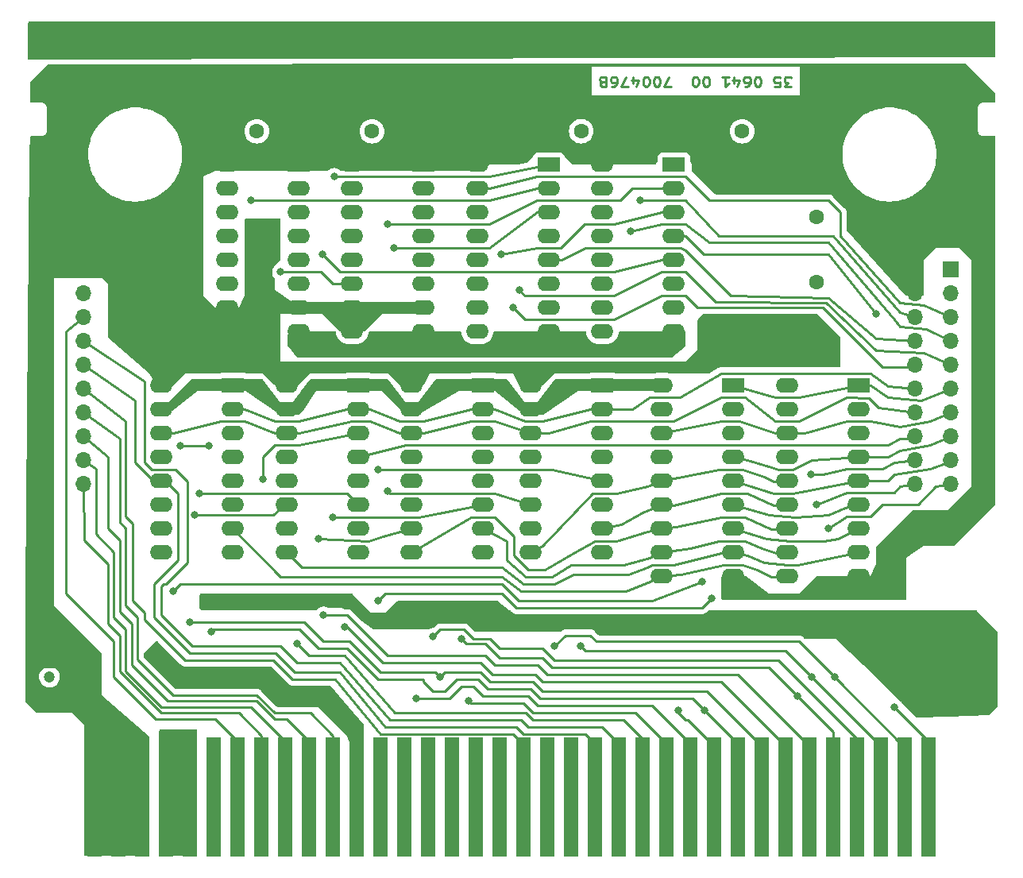
<source format=gbr>
%TF.GenerationSoftware,KiCad,Pcbnew,(6.0.7-1)-1*%
%TF.CreationDate,2022-10-12T18:13:29+11:00*%
%TF.ProjectId,CAT emulator,43415420-656d-4756-9c61-746f722e6b69,rev?*%
%TF.SameCoordinates,Original*%
%TF.FileFunction,Copper,L1,Top*%
%TF.FilePolarity,Positive*%
%FSLAX46Y46*%
G04 Gerber Fmt 4.6, Leading zero omitted, Abs format (unit mm)*
G04 Created by KiCad (PCBNEW (6.0.7-1)-1) date 2022-10-12 18:13:29*
%MOMM*%
%LPD*%
G01*
G04 APERTURE LIST*
%ADD10C,0.250000*%
%TA.AperFunction,NonConductor*%
%ADD11C,0.250000*%
%TD*%
%TA.AperFunction,ComponentPad*%
%ADD12R,2.400000X1.600000*%
%TD*%
%TA.AperFunction,ComponentPad*%
%ADD13O,2.400000X1.600000*%
%TD*%
%TA.AperFunction,ComponentPad*%
%ADD14C,1.600000*%
%TD*%
%TA.AperFunction,ComponentPad*%
%ADD15R,1.700000X1.700000*%
%TD*%
%TA.AperFunction,ComponentPad*%
%ADD16O,1.700000X1.700000*%
%TD*%
%TA.AperFunction,ConnectorPad*%
%ADD17R,1.500000X12.700000*%
%TD*%
%TA.AperFunction,ComponentPad*%
%ADD18R,1.200000X1.200000*%
%TD*%
%TA.AperFunction,ComponentPad*%
%ADD19C,1.200000*%
%TD*%
%TA.AperFunction,ViaPad*%
%ADD20C,1.200000*%
%TD*%
%TA.AperFunction,ViaPad*%
%ADD21C,0.800000*%
%TD*%
%TA.AperFunction,Conductor*%
%ADD22C,0.250000*%
%TD*%
G04 APERTURE END LIST*
D10*
D11*
X238603142Y-47537619D02*
X237860285Y-47537619D01*
X238260285Y-47156666D01*
X238088857Y-47156666D01*
X237974571Y-47109047D01*
X237917428Y-47061428D01*
X237860285Y-46966190D01*
X237860285Y-46728095D01*
X237917428Y-46632857D01*
X237974571Y-46585238D01*
X238088857Y-46537619D01*
X238431714Y-46537619D01*
X238546000Y-46585238D01*
X238603142Y-46632857D01*
X236774571Y-47537619D02*
X237346000Y-47537619D01*
X237403142Y-47061428D01*
X237346000Y-47109047D01*
X237231714Y-47156666D01*
X236946000Y-47156666D01*
X236831714Y-47109047D01*
X236774571Y-47061428D01*
X236717428Y-46966190D01*
X236717428Y-46728095D01*
X236774571Y-46632857D01*
X236831714Y-46585238D01*
X236946000Y-46537619D01*
X237231714Y-46537619D01*
X237346000Y-46585238D01*
X237403142Y-46632857D01*
X235060285Y-47537619D02*
X234946000Y-47537619D01*
X234831714Y-47490000D01*
X234774571Y-47442380D01*
X234717428Y-47347142D01*
X234660285Y-47156666D01*
X234660285Y-46918571D01*
X234717428Y-46728095D01*
X234774571Y-46632857D01*
X234831714Y-46585238D01*
X234946000Y-46537619D01*
X235060285Y-46537619D01*
X235174571Y-46585238D01*
X235231714Y-46632857D01*
X235288857Y-46728095D01*
X235346000Y-46918571D01*
X235346000Y-47156666D01*
X235288857Y-47347142D01*
X235231714Y-47442380D01*
X235174571Y-47490000D01*
X235060285Y-47537619D01*
X233631714Y-47537619D02*
X233860285Y-47537619D01*
X233974571Y-47490000D01*
X234031714Y-47442380D01*
X234146000Y-47299523D01*
X234203142Y-47109047D01*
X234203142Y-46728095D01*
X234146000Y-46632857D01*
X234088857Y-46585238D01*
X233974571Y-46537619D01*
X233746000Y-46537619D01*
X233631714Y-46585238D01*
X233574571Y-46632857D01*
X233517428Y-46728095D01*
X233517428Y-46966190D01*
X233574571Y-47061428D01*
X233631714Y-47109047D01*
X233746000Y-47156666D01*
X233974571Y-47156666D01*
X234088857Y-47109047D01*
X234146000Y-47061428D01*
X234203142Y-46966190D01*
X232488857Y-47204285D02*
X232488857Y-46537619D01*
X232774571Y-47585238D02*
X233060285Y-46870952D01*
X232317428Y-46870952D01*
X231231714Y-46537619D02*
X231917428Y-46537619D01*
X231574571Y-46537619D02*
X231574571Y-47537619D01*
X231688857Y-47394761D01*
X231803142Y-47299523D01*
X231917428Y-47251904D01*
X229574571Y-47537619D02*
X229460285Y-47537619D01*
X229346000Y-47490000D01*
X229288857Y-47442380D01*
X229231714Y-47347142D01*
X229174571Y-47156666D01*
X229174571Y-46918571D01*
X229231714Y-46728095D01*
X229288857Y-46632857D01*
X229346000Y-46585238D01*
X229460285Y-46537619D01*
X229574571Y-46537619D01*
X229688857Y-46585238D01*
X229746000Y-46632857D01*
X229803142Y-46728095D01*
X229860285Y-46918571D01*
X229860285Y-47156666D01*
X229803142Y-47347142D01*
X229746000Y-47442380D01*
X229688857Y-47490000D01*
X229574571Y-47537619D01*
X228431714Y-47537619D02*
X228317428Y-47537619D01*
X228203142Y-47490000D01*
X228146000Y-47442380D01*
X228088857Y-47347142D01*
X228031714Y-47156666D01*
X228031714Y-46918571D01*
X228088857Y-46728095D01*
X228146000Y-46632857D01*
X228203142Y-46585238D01*
X228317428Y-46537619D01*
X228431714Y-46537619D01*
X228546000Y-46585238D01*
X228603142Y-46632857D01*
X228660285Y-46728095D01*
X228717428Y-46918571D01*
X228717428Y-47156666D01*
X228660285Y-47347142D01*
X228603142Y-47442380D01*
X228546000Y-47490000D01*
X228431714Y-47537619D01*
X225803142Y-47537619D02*
X225003142Y-47537619D01*
X225517428Y-46537619D01*
X224317428Y-47537619D02*
X224203142Y-47537619D01*
X224088857Y-47490000D01*
X224031714Y-47442380D01*
X223974571Y-47347142D01*
X223917428Y-47156666D01*
X223917428Y-46918571D01*
X223974571Y-46728095D01*
X224031714Y-46632857D01*
X224088857Y-46585238D01*
X224203142Y-46537619D01*
X224317428Y-46537619D01*
X224431714Y-46585238D01*
X224488857Y-46632857D01*
X224546000Y-46728095D01*
X224603142Y-46918571D01*
X224603142Y-47156666D01*
X224546000Y-47347142D01*
X224488857Y-47442380D01*
X224431714Y-47490000D01*
X224317428Y-47537619D01*
X223174571Y-47537619D02*
X223060285Y-47537619D01*
X222946000Y-47490000D01*
X222888857Y-47442380D01*
X222831714Y-47347142D01*
X222774571Y-47156666D01*
X222774571Y-46918571D01*
X222831714Y-46728095D01*
X222888857Y-46632857D01*
X222946000Y-46585238D01*
X223060285Y-46537619D01*
X223174571Y-46537619D01*
X223288857Y-46585238D01*
X223346000Y-46632857D01*
X223403142Y-46728095D01*
X223460285Y-46918571D01*
X223460285Y-47156666D01*
X223403142Y-47347142D01*
X223346000Y-47442380D01*
X223288857Y-47490000D01*
X223174571Y-47537619D01*
X221746000Y-47204285D02*
X221746000Y-46537619D01*
X222031714Y-47585238D02*
X222317428Y-46870952D01*
X221574571Y-46870952D01*
X221231714Y-47537619D02*
X220431714Y-47537619D01*
X220946000Y-46537619D01*
X219460285Y-47537619D02*
X219688857Y-47537619D01*
X219803142Y-47490000D01*
X219860285Y-47442380D01*
X219974571Y-47299523D01*
X220031714Y-47109047D01*
X220031714Y-46728095D01*
X219974571Y-46632857D01*
X219917428Y-46585238D01*
X219803142Y-46537619D01*
X219574571Y-46537619D01*
X219460285Y-46585238D01*
X219403142Y-46632857D01*
X219346000Y-46728095D01*
X219346000Y-46966190D01*
X219403142Y-47061428D01*
X219460285Y-47109047D01*
X219574571Y-47156666D01*
X219803142Y-47156666D01*
X219917428Y-47109047D01*
X219974571Y-47061428D01*
X220031714Y-46966190D01*
X218431714Y-47061428D02*
X218260285Y-47013809D01*
X218203142Y-46966190D01*
X218146000Y-46870952D01*
X218146000Y-46728095D01*
X218203142Y-46632857D01*
X218260285Y-46585238D01*
X218374571Y-46537619D01*
X218831714Y-46537619D01*
X218831714Y-47537619D01*
X218431714Y-47537619D01*
X218317428Y-47490000D01*
X218260285Y-47442380D01*
X218203142Y-47347142D01*
X218203142Y-47251904D01*
X218260285Y-47156666D01*
X218317428Y-47109047D01*
X218431714Y-47061428D01*
X218831714Y-47061428D01*
D12*
%TO.P,U5,1,Ea*%
%TO.N,GND*%
X205740000Y-79375000D03*
D13*
%TO.P,U5,2,S1*%
%TO.N,/1C5*%
X205740000Y-81915000D03*
%TO.P,U5,3,I3a*%
%TO.N,/BA3*%
X205740000Y-84455000D03*
%TO.P,U5,4,I2a*%
%TO.N,/BA10*%
X205740000Y-86995000D03*
%TO.P,U5,5,I1a*%
%TO.N,Net-(U16-Pad11)*%
X205740000Y-89535000D03*
%TO.P,U5,6,I0a*%
X205740000Y-92075000D03*
%TO.P,U5,7,Za*%
%TO.N,/MA3*%
X205740000Y-94615000D03*
%TO.P,U5,8,GND*%
%TO.N,GND*%
X205740000Y-97155000D03*
%TO.P,U5,9,Zb*%
%TO.N,/MA2*%
X198120000Y-97155000D03*
%TO.P,U5,10,I0b*%
%TO.N,Net-(U16-Pad12)*%
X198120000Y-94615000D03*
%TO.P,U5,11,I1b*%
X198120000Y-92075000D03*
%TO.P,U5,12,I2b*%
%TO.N,/BA9*%
X198120000Y-89535000D03*
%TO.P,U5,13,I3b*%
%TO.N,/BA2*%
X198120000Y-86995000D03*
%TO.P,U5,14,S0*%
%TO.N,/J4P7*%
X198120000Y-84455000D03*
%TO.P,U5,15,Eb*%
%TO.N,GND*%
X198120000Y-81915000D03*
%TO.P,U5,16,VCC*%
%TO.N,+5V*%
X198120000Y-79375000D03*
%TD*%
D12*
%TO.P,U16,1,~{MR}*%
%TO.N,+5V*%
X199405000Y-55895000D03*
D13*
%TO.P,U16,2,CP*%
%TO.N,/1C5*%
X199405000Y-58435000D03*
%TO.P,U16,3,D0*%
%TO.N,unconnected-(U16-Pad3)*%
X199405000Y-60975000D03*
%TO.P,U16,4,D1*%
%TO.N,unconnected-(U16-Pad4)*%
X199405000Y-63515000D03*
%TO.P,U16,5,D2*%
%TO.N,unconnected-(U16-Pad5)*%
X199405000Y-66055000D03*
%TO.P,U16,6,D3*%
%TO.N,unconnected-(U16-Pad6)*%
X199405000Y-68595000D03*
%TO.P,U16,7,CEP*%
%TO.N,+5V*%
X199405000Y-71135000D03*
%TO.P,U16,8,GND*%
%TO.N,GND*%
X199405000Y-73675000D03*
%TO.P,U16,9,~{PE}*%
%TO.N,+5V*%
X191785000Y-73675000D03*
%TO.P,U16,10,CET*%
X191785000Y-71135000D03*
%TO.P,U16,11,Q3*%
%TO.N,Net-(U16-Pad11)*%
X191785000Y-68595000D03*
%TO.P,U16,12,Q2*%
%TO.N,Net-(U16-Pad12)*%
X191785000Y-66055000D03*
%TO.P,U16,13,Q1*%
%TO.N,Net-(U16-Pad13)*%
X191785000Y-63515000D03*
%TO.P,U16,14,Q0*%
%TO.N,Net-(U16-Pad14)*%
X191785000Y-60975000D03*
%TO.P,U16,15,TC*%
%TO.N,unconnected-(U16-Pad15)*%
X191785000Y-58435000D03*
%TO.P,U16,16,VCC*%
%TO.N,+5V*%
X191785000Y-55895000D03*
%TD*%
D14*
%TO.P,C4,1*%
%TO.N,+5V*%
X186610000Y-52324000D03*
%TO.P,C4,2*%
%TO.N,GND*%
X181610000Y-52324000D03*
%TD*%
D12*
%TO.P,U9,1,~{G}*%
%TO.N,/~{G}*%
X232425000Y-79375000D03*
D13*
%TO.P,U9,2,D1*%
%TO.N,/BD4*%
X232425000Y-81915000D03*
%TO.P,U9,3,D2*%
%TO.N,/BD5*%
X232425000Y-84455000D03*
%TO.P,U9,4,~{W}*%
%TO.N,/~{W}*%
X232425000Y-86995000D03*
%TO.P,U9,5,~{RAS}*%
%TO.N,/~{RAS}*%
X232425000Y-89535000D03*
%TO.P,U9,6,A6*%
%TO.N,/MA6*%
X232425000Y-92075000D03*
%TO.P,U9,7,A5*%
%TO.N,/MA5*%
X232425000Y-94615000D03*
%TO.P,U9,8,A4*%
%TO.N,/MA4*%
X232425000Y-97155000D03*
%TO.P,U9,9,VDD*%
%TO.N,+5V*%
X232425000Y-99695000D03*
%TO.P,U9,10,A7*%
%TO.N,/MA7*%
X224805000Y-99695000D03*
%TO.P,U9,11,A3*%
%TO.N,/MA3*%
X224805000Y-97155000D03*
%TO.P,U9,12,A2*%
%TO.N,/MA2*%
X224805000Y-94615000D03*
%TO.P,U9,13,A1*%
%TO.N,/MA1*%
X224805000Y-92075000D03*
%TO.P,U9,14,A0*%
%TO.N,/MA0*%
X224805000Y-89535000D03*
%TO.P,U9,15,D3*%
%TO.N,/BD6*%
X224805000Y-86995000D03*
%TO.P,U9,16,~{CAS}*%
%TO.N,/~{CAS}*%
X224805000Y-84455000D03*
%TO.P,U9,17,D4*%
%TO.N,/BD7*%
X224805000Y-81915000D03*
%TO.P,U9,18,VSS*%
%TO.N,GND*%
X224805000Y-79375000D03*
%TD*%
D14*
%TO.P,C13,1*%
%TO.N,+5V*%
X241300000Y-56428000D03*
%TO.P,C13,2*%
%TO.N,GND*%
X241300000Y-61428000D03*
%TD*%
D15*
%TO.P,J2,1,Pin_1*%
%TO.N,+5V*%
X163150000Y-67000000D03*
D16*
%TO.P,J2,2,Pin_2*%
%TO.N,GND*%
X163150000Y-69540000D03*
%TO.P,J2,3,Pin_3*%
%TO.N,/pin30*%
X163150000Y-72080000D03*
%TO.P,J2,4,Pin_4*%
%TO.N,/BA12*%
X163150000Y-74620000D03*
%TO.P,J2,5,Pin_5*%
%TO.N,/BA13*%
X163150000Y-77160000D03*
%TO.P,J2,6,Pin_6*%
%TO.N,/BR{slash}~{W}*%
X163150000Y-79700000D03*
%TO.P,J2,7,Pin_7*%
%TO.N,/BA14*%
X163150000Y-82240000D03*
%TO.P,J2,8,Pin_8*%
%TO.N,/BA15*%
X163150000Y-84780000D03*
%TO.P,J2,9,Pin_9*%
%TO.N,/BA16*%
X163150000Y-87320000D03*
%TO.P,J2,10,Pin_10*%
%TO.N,/BA17*%
X163150000Y-89860000D03*
%TD*%
D12*
%TO.P,U1,1,A0*%
%TO.N,/BA8*%
X226075000Y-55895000D03*
D13*
%TO.P,U1,2,A1*%
%TO.N,/BA9*%
X226075000Y-58435000D03*
%TO.P,U1,3,A2*%
%TO.N,/BA10*%
X226075000Y-60975000D03*
%TO.P,U1,4,E1*%
%TO.N,/~{P10SEL}*%
X226075000Y-63515000D03*
%TO.P,U1,5,E2*%
%TO.N,/BA11*%
X226075000Y-66055000D03*
%TO.P,U1,6,E3*%
%TO.N,/BA7*%
X226075000Y-68595000D03*
%TO.P,U1,7,O7*%
%TO.N,unconnected-(U1-Pad7)*%
X226075000Y-71135000D03*
%TO.P,U1,8,GND*%
%TO.N,GND*%
X226075000Y-73675000D03*
%TO.P,U1,9,O6*%
%TO.N,unconnected-(U1-Pad9)*%
X218455000Y-73675000D03*
%TO.P,U1,10,O5*%
%TO.N,unconnected-(U1-Pad10)*%
X218455000Y-71135000D03*
%TO.P,U1,11,O4*%
%TO.N,unconnected-(U1-Pad11)*%
X218455000Y-68595000D03*
%TO.P,U1,12,O3*%
%TO.N,/J4P3*%
X218455000Y-66055000D03*
%TO.P,U1,13,O2*%
%TO.N,unconnected-(U1-Pad13)*%
X218455000Y-63515000D03*
%TO.P,U1,14,O1*%
%TO.N,unconnected-(U1-Pad14)*%
X218455000Y-60975000D03*
%TO.P,U1,15,O0*%
%TO.N,Net-(U1-Pad15)*%
X218455000Y-58435000D03*
%TO.P,U1,16,VCC*%
%TO.N,+5V*%
X218455000Y-55895000D03*
%TD*%
D14*
%TO.P,C9,1*%
%TO.N,+5V*%
X221194000Y-52310000D03*
%TO.P,C9,2*%
%TO.N,GND*%
X216194000Y-52310000D03*
%TD*%
D17*
%TO.P,J1,1,~{P10SEL}*%
%TO.N,/~{P10SEL}*%
X253250000Y-123297500D03*
%TO.P,J1,2,BA0*%
%TO.N,/BA0*%
X250710000Y-123297500D03*
%TO.P,J1,3,BA1*%
%TO.N,/BA1*%
X248170000Y-123297500D03*
%TO.P,J1,4,BA2*%
%TO.N,/BA2*%
X245630000Y-123297500D03*
%TO.P,J1,5,BA3*%
%TO.N,/BA3*%
X243090000Y-123297500D03*
%TO.P,J1,6,BA4*%
%TO.N,/BA4*%
X240550000Y-123297500D03*
%TO.P,J1,7,BA5*%
%TO.N,/BA5*%
X238010000Y-123297500D03*
%TO.P,J1,8,BA6*%
%TO.N,/BA6*%
X235470000Y-123297500D03*
%TO.P,J1,9,BA7*%
%TO.N,/BA7*%
X232930000Y-123297500D03*
%TO.P,J1,10,BA8*%
%TO.N,/BA8*%
X230390000Y-123297500D03*
%TO.P,J1,11,BA9*%
%TO.N,/BA9*%
X227850000Y-123297500D03*
%TO.P,J1,12,BA10*%
%TO.N,/BA10*%
X225310000Y-123297500D03*
%TO.P,J1,13,BA11*%
%TO.N,/BA11*%
X222770000Y-123297500D03*
%TO.P,J1,14,BA12*%
%TO.N,/BA12*%
X220230000Y-123297500D03*
%TO.P,J1,15,BA13*%
%TO.N,/BA13*%
X217690000Y-123297500D03*
%TO.P,J1,16*%
%TO.N,unconnected-(J1-Pad16)*%
X215150000Y-123297500D03*
%TO.P,J1,17*%
%TO.N,unconnected-(J1-Pad17)*%
X212610000Y-123297500D03*
%TO.P,J1,18,BR/~{W}*%
%TO.N,/BR{slash}~{W}*%
X210070000Y-123297500D03*
%TO.P,J1,19*%
%TO.N,unconnected-(J1-Pad19)*%
X207530000Y-123297500D03*
%TO.P,J1,20*%
%TO.N,unconnected-(J1-Pad20)*%
X204990000Y-123297500D03*
%TO.P,J1,21*%
%TO.N,unconnected-(J1-Pad21)*%
X202450000Y-123297500D03*
%TO.P,J1,22*%
%TO.N,unconnected-(J1-Pad22)*%
X199910000Y-123297500D03*
%TO.P,J1,23*%
%TO.N,unconnected-(J1-Pad23)*%
X197370000Y-123297500D03*
%TO.P,J1,24*%
%TO.N,unconnected-(J1-Pad24)*%
X194830000Y-123297500D03*
%TO.P,J1,25,+5V*%
%TO.N,+5V*%
X192290000Y-123297500D03*
%TO.P,J1,26,BA14*%
%TO.N,/BA14*%
X189750000Y-123297500D03*
%TO.P,J1,27,BA15*%
%TO.N,/BA15*%
X187210000Y-123297500D03*
%TO.P,J1,28,BA16*%
%TO.N,/BA16*%
X184670000Y-123297500D03*
%TO.P,J1,29,BA17*%
%TO.N,/BA17*%
X182130000Y-123297500D03*
%TO.P,J1,30*%
%TO.N,/pin30*%
X179590000Y-123297500D03*
%TO.P,J1,31*%
%TO.N,unconnected-(J1-Pad31)*%
X177050000Y-123297500D03*
%TO.P,J1,32,GND*%
%TO.N,GND*%
X174510000Y-123297500D03*
%TO.P,J1,33,GND*%
X171970000Y-123297500D03*
%TO.P,J1,34,+5V*%
%TO.N,+5V*%
X169430000Y-123297500D03*
%TO.P,J1,35,+5V*%
X166890000Y-123297500D03*
%TO.P,J1,36,+5V*%
X164350000Y-123297500D03*
%TD*%
D15*
%TO.P,J4,1,Pin_1*%
%TO.N,+5V*%
X251750000Y-67000000D03*
D16*
%TO.P,J4,2,Pin_2*%
X251750000Y-69540000D03*
%TO.P,J4,3,Pin_3*%
%TO.N,/J4P3*%
X251750000Y-72080000D03*
%TO.P,J4,4,Pin_4*%
%TO.N,/J4P4*%
X251750000Y-74620000D03*
%TO.P,J4,5,Pin_5*%
%TO.N,/~{INH}*%
X251750000Y-77160000D03*
%TO.P,J4,6,Pin_6*%
%TO.N,/1C5*%
X251750000Y-79700000D03*
%TO.P,J4,7,Pin_7*%
%TO.N,/J4P7*%
X251750000Y-82240000D03*
%TO.P,J4,8,Pin_8*%
%TO.N,/J4P8*%
X251750000Y-84780000D03*
%TO.P,J4,9,Pin_9*%
%TO.N,/BA3*%
X251750000Y-87320000D03*
%TO.P,J4,10,Pin_10*%
%TO.N,/BA1*%
X251750000Y-89860000D03*
%TD*%
D12*
%TO.P,U17,1,~{MR}*%
%TO.N,+5V*%
X186070000Y-55895000D03*
D13*
%TO.P,U17,2,CP*%
%TO.N,Net-(U16-Pad11)*%
X186070000Y-58435000D03*
%TO.P,U17,3,D0*%
%TO.N,unconnected-(U17-Pad3)*%
X186070000Y-60975000D03*
%TO.P,U17,4,D1*%
%TO.N,unconnected-(U17-Pad4)*%
X186070000Y-63515000D03*
%TO.P,U17,5,D2*%
%TO.N,unconnected-(U17-Pad5)*%
X186070000Y-66055000D03*
%TO.P,U17,6,D3*%
%TO.N,unconnected-(U17-Pad6)*%
X186070000Y-68595000D03*
%TO.P,U17,7,CEP*%
%TO.N,+5V*%
X186070000Y-71135000D03*
%TO.P,U17,8,GND*%
%TO.N,GND*%
X186070000Y-73675000D03*
%TO.P,U17,9,~{PE}*%
%TO.N,+5V*%
X178450000Y-73675000D03*
%TO.P,U17,10,CET*%
X178450000Y-71135000D03*
%TO.P,U17,11,Q3*%
%TO.N,Net-(U17-Pad11)*%
X178450000Y-68595000D03*
%TO.P,U17,12,Q2*%
%TO.N,Net-(U17-Pad12)*%
X178450000Y-66055000D03*
%TO.P,U17,13,Q1*%
%TO.N,Net-(U17-Pad13)*%
X178450000Y-63515000D03*
%TO.P,U17,14,Q0*%
%TO.N,Net-(U17-Pad14)*%
X178450000Y-60975000D03*
%TO.P,U17,15,TC*%
%TO.N,unconnected-(U17-Pad15)*%
X178450000Y-58435000D03*
%TO.P,U17,16,VCC*%
%TO.N,+5V*%
X178450000Y-55895000D03*
%TD*%
D12*
%TO.P,U8,1,~{G}*%
%TO.N,/~{G}*%
X245760000Y-79385000D03*
D13*
%TO.P,U8,2,D1*%
%TO.N,/BD0*%
X245760000Y-81925000D03*
%TO.P,U8,3,D2*%
%TO.N,/BD1*%
X245760000Y-84465000D03*
%TO.P,U8,4,~{W}*%
%TO.N,/~{W}*%
X245760000Y-87005000D03*
%TO.P,U8,5,~{RAS}*%
%TO.N,/~{RAS}*%
X245760000Y-89545000D03*
%TO.P,U8,6,A6*%
%TO.N,/MA6*%
X245760000Y-92085000D03*
%TO.P,U8,7,A5*%
%TO.N,/MA5*%
X245760000Y-94625000D03*
%TO.P,U8,8,A4*%
%TO.N,/MA4*%
X245760000Y-97165000D03*
%TO.P,U8,9,VDD*%
%TO.N,+5V*%
X245760000Y-99705000D03*
%TO.P,U8,10,A7*%
%TO.N,/MA7*%
X238140000Y-99705000D03*
%TO.P,U8,11,A3*%
%TO.N,/MA3*%
X238140000Y-97165000D03*
%TO.P,U8,12,A2*%
%TO.N,/MA2*%
X238140000Y-94625000D03*
%TO.P,U8,13,A1*%
%TO.N,/MA1*%
X238140000Y-92085000D03*
%TO.P,U8,14,A0*%
%TO.N,/MA0*%
X238140000Y-89545000D03*
%TO.P,U8,15,D3*%
%TO.N,/BD2*%
X238140000Y-87005000D03*
%TO.P,U8,16,~{CAS}*%
%TO.N,/~{CAS}*%
X238140000Y-84465000D03*
%TO.P,U8,17,D4*%
%TO.N,/BD3*%
X238140000Y-81925000D03*
%TO.P,U8,18,VSS*%
%TO.N,GND*%
X238140000Y-79385000D03*
%TD*%
D12*
%TO.P,U7,1,Ea*%
%TO.N,GND*%
X179070000Y-79375000D03*
D13*
%TO.P,U7,2,S1*%
%TO.N,/1C5*%
X179070000Y-81915000D03*
%TO.P,U7,3,I3a*%
%TO.N,/BA7*%
X179070000Y-84455000D03*
%TO.P,U7,4,I2a*%
X179070000Y-86995000D03*
%TO.P,U7,5,I1a*%
%TO.N,Net-(U17-Pad11)*%
X179070000Y-89535000D03*
%TO.P,U7,6,I0a*%
X179070000Y-92075000D03*
%TO.P,U7,7,Za*%
%TO.N,/MA7*%
X179070000Y-94615000D03*
%TO.P,U7,8,GND*%
%TO.N,GND*%
X179070000Y-97155000D03*
%TO.P,U7,9,Zb*%
%TO.N,/MA6*%
X171450000Y-97155000D03*
%TO.P,U7,10,I0b*%
%TO.N,Net-(U17-Pad12)*%
X171450000Y-94615000D03*
%TO.P,U7,11,I1b*%
X171450000Y-92075000D03*
%TO.P,U7,12,I2b*%
%TO.N,/BA13*%
X171450000Y-89535000D03*
%TO.P,U7,13,I3b*%
%TO.N,/BA6*%
X171450000Y-86995000D03*
%TO.P,U7,14,S0*%
%TO.N,/J4P7*%
X171450000Y-84455000D03*
%TO.P,U7,15,Eb*%
%TO.N,GND*%
X171450000Y-81915000D03*
%TO.P,U7,16,VCC*%
%TO.N,+5V*%
X171450000Y-79375000D03*
%TD*%
D12*
%TO.P,U6,1,Ea*%
%TO.N,GND*%
X192420000Y-79390000D03*
D13*
%TO.P,U6,2,S1*%
%TO.N,/1C5*%
X192420000Y-81930000D03*
%TO.P,U6,3,I3a*%
%TO.N,/BA5*%
X192420000Y-84470000D03*
%TO.P,U6,4,I2a*%
%TO.N,/J4P8*%
X192420000Y-87010000D03*
%TO.P,U6,5,I1a*%
%TO.N,Net-(U17-Pad13)*%
X192420000Y-89550000D03*
%TO.P,U6,6,I0a*%
X192420000Y-92090000D03*
%TO.P,U6,7,Za*%
%TO.N,/MA5*%
X192420000Y-94630000D03*
%TO.P,U6,8,GND*%
%TO.N,GND*%
X192420000Y-97170000D03*
%TO.P,U6,9,Zb*%
%TO.N,/MA4*%
X184800000Y-97170000D03*
%TO.P,U6,10,I0b*%
%TO.N,Net-(U17-Pad14)*%
X184800000Y-94630000D03*
%TO.P,U6,11,I1b*%
X184800000Y-92090000D03*
%TO.P,U6,12,I2b*%
%TO.N,/BA11*%
X184800000Y-89550000D03*
%TO.P,U6,13,I3b*%
%TO.N,/BA4*%
X184800000Y-87010000D03*
%TO.P,U6,14,S0*%
%TO.N,/J4P7*%
X184800000Y-84470000D03*
%TO.P,U6,15,Eb*%
%TO.N,GND*%
X184800000Y-81930000D03*
%TO.P,U6,16,VCC*%
%TO.N,+5V*%
X184800000Y-79390000D03*
%TD*%
D14*
%TO.P,C6,1*%
%TO.N,+5V*%
X198882000Y-52324000D03*
%TO.P,C6,2*%
%TO.N,GND*%
X193882000Y-52324000D03*
%TD*%
%TO.P,C11,1*%
%TO.N,+5V*%
X228346000Y-52324000D03*
%TO.P,C11,2*%
%TO.N,GND*%
X233346000Y-52324000D03*
%TD*%
%TO.P,C12,1*%
%TO.N,+5V*%
X241300000Y-73406000D03*
%TO.P,C12,2*%
%TO.N,GND*%
X241300000Y-68406000D03*
%TD*%
D12*
%TO.P,U4,1,Ea*%
%TO.N,GND*%
X218440000Y-79375000D03*
D13*
%TO.P,U4,2,S1*%
%TO.N,/1C5*%
X218440000Y-81915000D03*
%TO.P,U4,3,I3a*%
%TO.N,/BA1*%
X218440000Y-84455000D03*
%TO.P,U4,4,I2a*%
%TO.N,/BA8*%
X218440000Y-86995000D03*
%TO.P,U4,5,I1a*%
%TO.N,Net-(U16-Pad13)*%
X218440000Y-89535000D03*
%TO.P,U4,6,I0a*%
X218440000Y-92075000D03*
%TO.P,U4,7,Za*%
%TO.N,/MA1*%
X218440000Y-94615000D03*
%TO.P,U4,8,GND*%
%TO.N,GND*%
X218440000Y-97155000D03*
%TO.P,U4,9,Zb*%
%TO.N,/MA0*%
X210820000Y-97155000D03*
%TO.P,U4,10,I0b*%
%TO.N,Net-(U16-Pad14)*%
X210820000Y-94615000D03*
%TO.P,U4,11,I1b*%
X210820000Y-92075000D03*
%TO.P,U4,12,I2b*%
%TO.N,/BA0*%
X210820000Y-89535000D03*
%TO.P,U4,13,I3b*%
X210820000Y-86995000D03*
%TO.P,U4,14,S0*%
%TO.N,/J4P7*%
X210820000Y-84455000D03*
%TO.P,U4,15,Eb*%
%TO.N,GND*%
X210820000Y-81915000D03*
%TO.P,U4,16,VCC*%
%TO.N,+5V*%
X210820000Y-79375000D03*
%TD*%
D18*
%TO.P,C1,1*%
%TO.N,+5V*%
X159512000Y-108966000D03*
D19*
%TO.P,C1,2*%
%TO.N,GND*%
X159512000Y-110466000D03*
%TD*%
D15*
%TO.P,J3,1,Pin_1*%
%TO.N,GND*%
X255550000Y-67000000D03*
D16*
%TO.P,J3,2,Pin_2*%
X255550000Y-69540000D03*
%TO.P,J3,3,Pin_3*%
%TO.N,/J3P3*%
X255550000Y-72080000D03*
%TO.P,J3,4,Pin_4*%
%TO.N,/\u03C61*%
X255550000Y-74620000D03*
%TO.P,J3,5,Pin_5*%
%TO.N,/F4M*%
X255550000Y-77160000D03*
%TO.P,J3,6,Pin_6*%
%TO.N,/~{G}*%
X255550000Y-79700000D03*
%TO.P,J3,7,Pin_7*%
%TO.N,/~{CAS}*%
X255550000Y-82240000D03*
%TO.P,J3,8,Pin_8*%
%TO.N,/~{W}*%
X255550000Y-84780000D03*
%TO.P,J3,9,Pin_9*%
%TO.N,/~{RAS}*%
X255550000Y-87320000D03*
%TO.P,J3,10,Pin_10*%
%TO.N,/BA0*%
X255550000Y-89860000D03*
%TD*%
D12*
%TO.P,U2,1,A0*%
%TO.N,/BA4*%
X212740000Y-55895000D03*
D13*
%TO.P,U2,2,A1*%
%TO.N,/BA5*%
X212740000Y-58435000D03*
%TO.P,U2,3,A2*%
%TO.N,/BA6*%
X212740000Y-60975000D03*
%TO.P,U2,4,E1*%
%TO.N,Net-(U1-Pad15)*%
X212740000Y-63515000D03*
%TO.P,U2,5,E2*%
%TO.N,/J4P4*%
X212740000Y-66055000D03*
%TO.P,U2,6,E3*%
%TO.N,/1C5*%
X212740000Y-68595000D03*
%TO.P,U2,7,O7*%
%TO.N,unconnected-(U2-Pad7)*%
X212740000Y-71135000D03*
%TO.P,U2,8,GND*%
%TO.N,GND*%
X212740000Y-73675000D03*
%TO.P,U2,9,O6*%
%TO.N,unconnected-(U2-Pad9)*%
X205120000Y-73675000D03*
%TO.P,U2,10,O5*%
%TO.N,unconnected-(U2-Pad10)*%
X205120000Y-71135000D03*
%TO.P,U2,11,O4*%
%TO.N,unconnected-(U2-Pad11)*%
X205120000Y-68595000D03*
%TO.P,U2,12,O3*%
%TO.N,unconnected-(U2-Pad12)*%
X205120000Y-66055000D03*
%TO.P,U2,13,O2*%
%TO.N,unconnected-(U2-Pad13)*%
X205120000Y-63515000D03*
%TO.P,U2,14,O1*%
%TO.N,unconnected-(U2-Pad14)*%
X205120000Y-60975000D03*
%TO.P,U2,15,O0*%
%TO.N,/J3P3*%
X205120000Y-58435000D03*
%TO.P,U2,16,VCC*%
%TO.N,+5V*%
X205120000Y-55895000D03*
%TD*%
D20*
%TO.N,+5V*%
X170942000Y-108204000D03*
X173228000Y-110236000D03*
X163830000Y-108204000D03*
X244094000Y-100584000D03*
X163830000Y-110744000D03*
%TO.N,GND*%
X159004000Y-42418000D03*
X199390000Y-42418000D03*
X179832000Y-102616000D03*
X258445000Y-112395000D03*
X251460000Y-111760000D03*
X218186000Y-104394000D03*
X179324000Y-42418000D03*
X239268000Y-42418000D03*
X193040000Y-103886000D03*
X258826000Y-42164000D03*
X219456000Y-105156000D03*
X178562000Y-102616000D03*
X205994000Y-104902000D03*
X192024000Y-102870000D03*
D21*
X173228000Y-117475000D03*
D20*
X217932000Y-42418000D03*
X258445000Y-105410000D03*
X251460000Y-106680000D03*
X205740000Y-103378000D03*
D21*
%TO.N,/~{P10SEL}*%
X249555000Y-113665000D03*
X247650000Y-71755000D03*
%TO.N,/BA0*%
X213360000Y-107188000D03*
X242570000Y-94615000D03*
X243205000Y-110490000D03*
%TO.N,/BA1*%
X241300000Y-92075000D03*
X240792000Y-110490000D03*
X216154000Y-107188000D03*
%TO.N,/BA2*%
X200406000Y-106172000D03*
%TO.N,/BA3*%
X239268000Y-112522000D03*
X240665000Y-88900000D03*
X203454000Y-106426000D03*
%TO.N,/BA4*%
X189865000Y-57150000D03*
X188722000Y-103886000D03*
%TO.N,/BA5*%
X180975000Y-59690000D03*
X191008000Y-105156000D03*
X182245000Y-89408000D03*
%TO.N,/BA6*%
X196215000Y-64770000D03*
X201168000Y-110490000D03*
X174498000Y-104648000D03*
%TO.N,/BA7*%
X229362000Y-114046000D03*
X176784000Y-105664000D03*
%TO.N,/BA8*%
X226568000Y-114046000D03*
%TO.N,/BA9*%
X198628000Y-112776000D03*
X195580000Y-62230000D03*
%TO.N,/BA10*%
X204216000Y-113030000D03*
X207645000Y-65405000D03*
%TO.N,/BA11*%
X188595000Y-65405000D03*
X185928000Y-106934000D03*
%TO.N,/~{INH}*%
X208915000Y-71120000D03*
%TO.N,/F4M*%
X209621755Y-69215000D03*
%TO.N,/\u03C61*%
X221488000Y-62992000D03*
%TO.N,Net-(U16-Pad13)*%
X194564000Y-88392000D03*
%TO.N,Net-(U16-Pad14)*%
X195580000Y-90678000D03*
%TO.N,Net-(U16-Pad11)*%
X184150000Y-67310000D03*
X189738000Y-93472000D03*
%TO.N,Net-(U16-Pad12)*%
X188214000Y-95758000D03*
%TO.N,Net-(U17-Pad13)*%
X175514000Y-90932000D03*
%TO.N,/MA5*%
X230124000Y-102108000D03*
X194564000Y-102362000D03*
%TO.N,Net-(U17-Pad14)*%
X175006000Y-93218000D03*
%TO.N,/MA6*%
X172720000Y-101346000D03*
X229108000Y-100330000D03*
%TO.N,Net-(U17-Pad12)*%
X173482000Y-85852000D03*
X176530000Y-85852000D03*
%TO.N,/J4P3*%
X222504000Y-59690000D03*
%TD*%
D22*
%TO.N,/~{P10SEL}*%
X253250000Y-123297500D02*
X253250000Y-117590000D01*
X229235000Y-65405000D02*
X227345000Y-63515000D01*
X253250000Y-117590000D02*
X253365000Y-117475000D01*
X253365000Y-117475000D02*
X249555000Y-113665000D01*
X227345000Y-63515000D02*
X226075000Y-63515000D01*
X247650000Y-71755000D02*
X242570000Y-65405000D01*
X242570000Y-65405000D02*
X229235000Y-65405000D01*
%TO.N,/BA0*%
X217170000Y-106045000D02*
X217805000Y-106680000D01*
X250710000Y-123297500D02*
X250710000Y-117995000D01*
X254000000Y-90170000D02*
X252095000Y-92075000D01*
X214503000Y-106045000D02*
X217170000Y-106045000D01*
X217805000Y-106680000D02*
X239395000Y-106680000D01*
X239395000Y-106680000D02*
X243205000Y-110490000D01*
X244475000Y-93345000D02*
X242570000Y-94615000D01*
X255550000Y-89860000D02*
X254000000Y-90170000D01*
X252095000Y-92075000D02*
X248285000Y-92075000D01*
X248285000Y-92075000D02*
X247015000Y-93345000D01*
X250710000Y-117995000D02*
X243205000Y-110490000D01*
X247015000Y-93345000D02*
X244475000Y-93345000D01*
X213360000Y-107188000D02*
X214503000Y-106045000D01*
%TO.N,/BA1*%
X237998000Y-107696000D02*
X217170000Y-107696000D01*
X249555000Y-90805000D02*
X250190000Y-90170000D01*
X248170000Y-117868000D02*
X240792000Y-110490000D01*
X240792000Y-110490000D02*
X237998000Y-107696000D01*
X216662000Y-107696000D02*
X216154000Y-107188000D01*
X217170000Y-107696000D02*
X216662000Y-107696000D01*
X241300000Y-92075000D02*
X244475000Y-90805000D01*
X250190000Y-90170000D02*
X251750000Y-89860000D01*
X244475000Y-90805000D02*
X249555000Y-90805000D01*
X248170000Y-123297500D02*
X248170000Y-117868000D01*
%TO.N,/BA2*%
X245630000Y-123297500D02*
X245630000Y-117106000D01*
X204724000Y-106426000D02*
X203708000Y-105410000D01*
X245630000Y-117106000D02*
X237236000Y-108712000D01*
X213360000Y-108712000D02*
X213106000Y-108458000D01*
X212217000Y-107569000D02*
X212090000Y-107442000D01*
X212090000Y-107442000D02*
X207518000Y-107442000D01*
X207518000Y-107442000D02*
X206502000Y-106426000D01*
X206502000Y-106426000D02*
X204724000Y-106426000D01*
X203708000Y-105410000D02*
X201168000Y-105410000D01*
X237236000Y-108712000D02*
X213868000Y-108712000D01*
X213106000Y-108458000D02*
X212217000Y-107569000D01*
X201168000Y-105410000D02*
X200406000Y-106172000D01*
X213868000Y-108712000D02*
X213360000Y-108712000D01*
%TO.N,/BA3*%
X203962000Y-106934000D02*
X203454000Y-106426000D01*
X236220000Y-109474000D02*
X213106000Y-109474000D01*
X240665000Y-88900000D02*
X241935000Y-88900000D01*
X239268000Y-112522000D02*
X236220000Y-109474000D01*
X248285000Y-88265000D02*
X249555000Y-87630000D01*
X213106000Y-109474000D02*
X212090000Y-108458000D01*
X207518000Y-108458000D02*
X205994000Y-106934000D01*
X239268000Y-112522000D02*
X243090000Y-116344000D01*
X243090000Y-116344000D02*
X243090000Y-123297500D01*
X249555000Y-87630000D02*
X251750000Y-87320000D01*
X244475000Y-88265000D02*
X248285000Y-88265000D01*
X205994000Y-106934000D02*
X203962000Y-106934000D01*
X212090000Y-108458000D02*
X207518000Y-108458000D01*
X241935000Y-88900000D02*
X244475000Y-88265000D01*
%TO.N,/BA4*%
X195580000Y-108204000D02*
X205994000Y-108204000D01*
X205994000Y-108204000D02*
X207010000Y-109220000D01*
X212740000Y-55895000D02*
X212725000Y-55880000D01*
X240550000Y-117868000D02*
X240550000Y-123297500D01*
X207010000Y-109220000D02*
X211582000Y-109220000D01*
X212725000Y-55880000D02*
X206375000Y-57150000D01*
X212598000Y-110236000D02*
X232918000Y-110236000D01*
X211582000Y-109220000D02*
X212598000Y-110236000D01*
X191262000Y-103886000D02*
X195580000Y-108204000D01*
X188722000Y-103886000D02*
X191262000Y-103886000D01*
X232918000Y-110236000D02*
X240550000Y-117868000D01*
X206375000Y-57150000D02*
X189865000Y-57150000D01*
%TO.N,/BA5*%
X206756000Y-110236000D02*
X205486000Y-108966000D01*
X195072000Y-108966000D02*
X191516000Y-105410000D01*
X191262000Y-105156000D02*
X191008000Y-105156000D01*
X238010000Y-117868000D02*
X231394000Y-111252000D01*
X211455000Y-58420000D02*
X206375000Y-59690000D01*
X231394000Y-111252000D02*
X231140000Y-110998000D01*
X212090000Y-110998000D02*
X211328000Y-110236000D01*
X231140000Y-110998000D02*
X212598000Y-110998000D01*
X205486000Y-108966000D02*
X195072000Y-108966000D01*
X211470000Y-58435000D02*
X211455000Y-58420000D01*
X183515000Y-85725000D02*
X186055000Y-85725000D01*
X191516000Y-105410000D02*
X191262000Y-105156000D01*
X212740000Y-58435000D02*
X211470000Y-58435000D01*
X182245000Y-89408000D02*
X182245000Y-86995000D01*
X238010000Y-123297500D02*
X238010000Y-117868000D01*
X206375000Y-59690000D02*
X180975000Y-59690000D01*
X212598000Y-110998000D02*
X212090000Y-110998000D01*
X211328000Y-110236000D02*
X206756000Y-110236000D01*
X186055000Y-85725000D02*
X192420000Y-84470000D01*
X182245000Y-86995000D02*
X183515000Y-85725000D01*
%TO.N,/BA6*%
X201168000Y-110490000D02*
X200660000Y-109982000D01*
X206756000Y-110998000D02*
X206502000Y-110998000D01*
X212090000Y-112014000D02*
X211074000Y-110998000D01*
X206502000Y-110998000D02*
X205486000Y-109982000D01*
X212344000Y-112014000D02*
X212090000Y-112014000D01*
X206375000Y-64770000D02*
X196215000Y-64770000D01*
X191516000Y-106680000D02*
X188722000Y-106680000D01*
X205486000Y-109982000D02*
X202184000Y-109982000D01*
X229616000Y-112014000D02*
X212344000Y-112014000D01*
X211440000Y-60975000D02*
X206375000Y-64770000D01*
X211074000Y-110998000D02*
X206756000Y-110998000D01*
X201676000Y-109982000D02*
X201168000Y-110490000D01*
X200660000Y-109982000D02*
X194818000Y-109982000D01*
X202184000Y-109982000D02*
X201676000Y-109982000D01*
X212740000Y-60975000D02*
X211440000Y-60975000D01*
X188722000Y-106680000D02*
X186690000Y-104648000D01*
X235470000Y-117868000D02*
X229616000Y-112014000D01*
X194818000Y-109982000D02*
X191516000Y-106680000D01*
X186690000Y-104648000D02*
X174498000Y-104648000D01*
X235470000Y-123297500D02*
X235470000Y-117868000D01*
%TO.N,/BA7*%
X232930000Y-117614000D02*
X229362000Y-114046000D01*
X227076000Y-112776000D02*
X211836000Y-112776000D01*
X178054000Y-105410000D02*
X177038000Y-105410000D01*
X232930000Y-123297500D02*
X232930000Y-117614000D01*
X186182000Y-105410000D02*
X178054000Y-105410000D01*
X229362000Y-114046000D02*
X228092000Y-112776000D01*
X201676000Y-112014000D02*
X200406000Y-112014000D01*
X191262000Y-107442000D02*
X188214000Y-107442000D01*
X194564000Y-110744000D02*
X191262000Y-107442000D01*
X200406000Y-112014000D02*
X199390000Y-110998000D01*
X188214000Y-107442000D02*
X186182000Y-105410000D01*
X211836000Y-112776000D02*
X211074000Y-112014000D01*
X199390000Y-110998000D02*
X199390000Y-110744000D01*
X206248000Y-111760000D02*
X205232000Y-110744000D01*
X210820000Y-111760000D02*
X206248000Y-111760000D01*
X199390000Y-110744000D02*
X194564000Y-110744000D01*
X202946000Y-110744000D02*
X201676000Y-112014000D01*
X228092000Y-112776000D02*
X227076000Y-112776000D01*
X211074000Y-112014000D02*
X210820000Y-111760000D01*
X177038000Y-105410000D02*
X176784000Y-105664000D01*
X205232000Y-110744000D02*
X202946000Y-110744000D01*
%TO.N,/BA8*%
X227330000Y-115062000D02*
X226568000Y-114300000D01*
X230390000Y-117868000D02*
X227584000Y-115062000D01*
X227584000Y-115062000D02*
X227330000Y-115062000D01*
X226568000Y-114300000D02*
X226568000Y-114046000D01*
X230390000Y-123297500D02*
X230390000Y-117868000D01*
%TO.N,/BA9*%
X227850000Y-123297500D02*
X227850000Y-117614000D01*
X223774000Y-113538000D02*
X211582000Y-113538000D01*
X221630000Y-58435000D02*
X221615000Y-58420000D01*
X206375000Y-62230000D02*
X195580000Y-62230000D01*
X205740000Y-112522000D02*
X204724000Y-111506000D01*
X202184000Y-112776000D02*
X198628000Y-112776000D01*
X202438000Y-112522000D02*
X202184000Y-112776000D01*
X211582000Y-113538000D02*
X210566000Y-112522000D01*
X210566000Y-112522000D02*
X205740000Y-112522000D01*
X221615000Y-58420000D02*
X220345000Y-59690000D01*
X204724000Y-111506000D02*
X203454000Y-111506000D01*
X220345000Y-59690000D02*
X211455000Y-59690000D01*
X211455000Y-59690000D02*
X206375000Y-62230000D01*
X203454000Y-111506000D02*
X202438000Y-112522000D01*
X227850000Y-117614000D02*
X223774000Y-113538000D01*
X226075000Y-58435000D02*
X221630000Y-58435000D01*
%TO.N,/BA10*%
X204470000Y-113284000D02*
X204216000Y-113030000D01*
X213995000Y-64770000D02*
X211455000Y-64770000D01*
X221996000Y-114300000D02*
X211582000Y-114300000D01*
X210058000Y-113284000D02*
X204470000Y-113284000D01*
X217170000Y-62230000D02*
X216535000Y-62230000D01*
X211582000Y-114300000D02*
X211074000Y-114300000D01*
X219710000Y-62230000D02*
X217170000Y-62230000D01*
X216535000Y-62230000D02*
X213995000Y-64770000D01*
X222250000Y-114554000D02*
X221996000Y-114300000D01*
X226075000Y-60975000D02*
X224805000Y-60975000D01*
X225310000Y-123297500D02*
X225310000Y-117614000D01*
X225310000Y-117614000D02*
X222250000Y-114554000D01*
X224805000Y-60975000D02*
X224790000Y-60960000D01*
X210312000Y-113538000D02*
X210058000Y-113284000D01*
X224790000Y-60960000D02*
X219710000Y-62230000D01*
X211455000Y-64770000D02*
X207645000Y-65405000D01*
X211074000Y-114300000D02*
X210312000Y-113538000D01*
%TO.N,/BA11*%
X226075000Y-66055000D02*
X224790000Y-66040000D01*
X187198000Y-108204000D02*
X185928000Y-106934000D01*
X196342000Y-114300000D02*
X191008000Y-108204000D01*
X210312000Y-114300000D02*
X196342000Y-114300000D01*
X222770000Y-123297500D02*
X222770000Y-117106000D01*
X224790000Y-66040000D02*
X219710000Y-67310000D01*
X190500000Y-67310000D02*
X188595000Y-65405000D01*
X222770000Y-117106000D02*
X220726000Y-115062000D01*
X220726000Y-115062000D02*
X211074000Y-115062000D01*
X219710000Y-67310000D02*
X190500000Y-67310000D01*
X210312000Y-114300000D02*
X211074000Y-115062000D01*
X191008000Y-108204000D02*
X187198000Y-108204000D01*
%TO.N,/BA12*%
X171958000Y-100584000D02*
X174244000Y-98298000D01*
X169672000Y-87630000D02*
X169672000Y-78994000D01*
X190500000Y-108966000D02*
X185928000Y-108966000D01*
X174752000Y-107188000D02*
X171450000Y-103886000D01*
X184150000Y-107188000D02*
X174752000Y-107188000D01*
X171450000Y-103886000D02*
X171450000Y-100838000D01*
X163150000Y-74620000D02*
X169672000Y-78994000D01*
X220230000Y-117614000D02*
X218440000Y-115824000D01*
X172974000Y-88392000D02*
X170434000Y-88392000D01*
X218440000Y-115824000D02*
X210566000Y-115824000D01*
X174244000Y-89662000D02*
X172974000Y-88392000D01*
X174244000Y-98298000D02*
X174244000Y-89662000D01*
X209804000Y-115062000D02*
X195834000Y-115062000D01*
X195834000Y-115062000D02*
X190500000Y-108966000D01*
X171704000Y-100584000D02*
X171958000Y-100584000D01*
X220230000Y-123297500D02*
X220230000Y-117614000D01*
X170434000Y-88392000D02*
X169672000Y-87630000D01*
X171450000Y-100838000D02*
X171704000Y-100584000D01*
X210566000Y-115824000D02*
X209804000Y-115062000D01*
X185928000Y-108966000D02*
X184150000Y-107188000D01*
%TO.N,/BA13*%
X183642000Y-107950000D02*
X174498000Y-107950000D01*
X195326000Y-115824000D02*
X190500000Y-109982000D01*
X170688000Y-100584000D02*
X173228000Y-98044000D01*
X190500000Y-109982000D02*
X185674000Y-109982000D01*
X170688000Y-104140000D02*
X170688000Y-100584000D01*
X210058000Y-116586000D02*
X209296000Y-115824000D01*
X170561000Y-89535000D02*
X168656000Y-87630000D01*
X217690000Y-117614000D02*
X216662000Y-116586000D01*
X168656000Y-87630000D02*
X168656000Y-81026000D01*
X171831000Y-89535000D02*
X171450000Y-89535000D01*
X163150000Y-77160000D02*
X168656000Y-81026000D01*
X216662000Y-116586000D02*
X210058000Y-116586000D01*
X173228000Y-98044000D02*
X173228000Y-90932000D01*
X185674000Y-109982000D02*
X183642000Y-107950000D01*
X171450000Y-89535000D02*
X170561000Y-89535000D01*
X217690000Y-123297500D02*
X217690000Y-117614000D01*
X173228000Y-90932000D02*
X171831000Y-89535000D01*
X174498000Y-107950000D02*
X170688000Y-104140000D01*
X209296000Y-115824000D02*
X195326000Y-115824000D01*
%TO.N,/BR{slash}~{W}*%
X183388000Y-108712000D02*
X185420000Y-110744000D01*
X194818000Y-116586000D02*
X208958500Y-116586000D01*
X173990000Y-108712000D02*
X183388000Y-108712000D01*
X208958500Y-116586000D02*
X210070000Y-117697500D01*
X167640000Y-93345000D02*
X168275000Y-93980000D01*
X167640000Y-93345000D02*
X168402000Y-94107000D01*
X169672000Y-103632000D02*
X169672000Y-104394000D01*
X210070000Y-117697500D02*
X210070000Y-123297500D01*
X163150000Y-79700000D02*
X167640000Y-83185000D01*
X167640000Y-83185000D02*
X167640000Y-93345000D01*
X168402000Y-102362000D02*
X169672000Y-103632000D01*
X168402000Y-94107000D02*
X168402000Y-102362000D01*
X169672000Y-104394000D02*
X173990000Y-108712000D01*
X162560000Y-80015000D02*
X163835000Y-80015000D01*
X185420000Y-110744000D02*
X189992000Y-110744000D01*
X189992000Y-110744000D02*
X194818000Y-116586000D01*
%TO.N,/BA14*%
X172720000Y-112395000D02*
X181611396Y-112395000D01*
X167640000Y-102870000D02*
X168910000Y-104140000D01*
X163825000Y-82555000D02*
X163830000Y-82550000D01*
X162560000Y-82555000D02*
X163825000Y-82555000D01*
X168910000Y-104140000D02*
X168910000Y-108585000D01*
X167640000Y-94615000D02*
X167640000Y-102870000D01*
X187325000Y-114300000D02*
X189750000Y-116725000D01*
X163150000Y-82240000D02*
X167005000Y-85090000D01*
X168910000Y-108585000D02*
X172720000Y-112395000D01*
X181611396Y-112395000D02*
X183516396Y-114300000D01*
X167005000Y-85090000D02*
X167005000Y-93980000D01*
X189750000Y-116725000D02*
X189750000Y-123297500D01*
X167005000Y-93980000D02*
X167640000Y-94615000D01*
X183516396Y-114300000D02*
X187325000Y-114300000D01*
%TO.N,/BA15*%
X168275000Y-109220000D02*
X168275000Y-104775000D01*
X187210000Y-123297500D02*
X187210000Y-117360000D01*
X172085000Y-113030000D02*
X168275000Y-109220000D01*
X165735000Y-94615000D02*
X167005000Y-95885000D01*
X183515000Y-114935000D02*
X181610000Y-113030000D01*
X163150000Y-84780000D02*
X165735000Y-86995000D01*
X181610000Y-113030000D02*
X172085000Y-113030000D01*
X167005000Y-103505000D02*
X167005000Y-95885000D01*
X165735000Y-86995000D02*
X165735000Y-94615000D01*
X168275000Y-104775000D02*
X167005000Y-103505000D01*
X184785000Y-114935000D02*
X183515000Y-114935000D01*
X187210000Y-117360000D02*
X184785000Y-114935000D01*
%TO.N,/BA16*%
X171451396Y-113665000D02*
X167640000Y-109853604D01*
X163150000Y-87320000D02*
X164465000Y-88265000D01*
X164465000Y-88265000D02*
X164465000Y-95250000D01*
X180975000Y-113665000D02*
X171451396Y-113665000D01*
X167640000Y-109853604D02*
X167640000Y-105410000D01*
X184670000Y-123297500D02*
X184670000Y-117360000D01*
X164465000Y-95250000D02*
X166370000Y-97155000D01*
X184670000Y-117360000D02*
X180975000Y-113665000D01*
X167640000Y-105410000D02*
X166370000Y-104140000D01*
X166370000Y-104140000D02*
X166370000Y-97155000D01*
%TO.N,/BA17*%
X163195000Y-95885000D02*
X165735000Y-98425000D01*
X167005000Y-106045000D02*
X165735000Y-104775000D01*
X171450000Y-114300000D02*
X167005000Y-109855000D01*
X167005000Y-109855000D02*
X167005000Y-106045000D01*
X182130000Y-116725000D02*
X179705000Y-114300000D01*
X179705000Y-114300000D02*
X171450000Y-114300000D01*
X163150000Y-89860000D02*
X163195000Y-95885000D01*
X182130000Y-123297500D02*
X182130000Y-116725000D01*
X165735000Y-104775000D02*
X165735000Y-98425000D01*
%TO.N,/pin30*%
X163150000Y-72080000D02*
X161290000Y-73665000D01*
X161290000Y-101600000D02*
X161290000Y-80010000D01*
X166370000Y-110490000D02*
X166370000Y-106680000D01*
X179590000Y-123297500D02*
X179590000Y-117360000D01*
X170815000Y-114935000D02*
X166370000Y-110490000D01*
X161290000Y-75565000D02*
X161290000Y-73660000D01*
X166370000Y-106680000D02*
X161290000Y-101600000D01*
X161290000Y-73665000D02*
X161290000Y-80010000D01*
X161290000Y-80010000D02*
X161290000Y-75565000D01*
X177165000Y-114935000D02*
X170815000Y-114935000D01*
X179590000Y-117360000D02*
X177165000Y-114935000D01*
%TO.N,/~{INH}*%
X219710000Y-72390000D02*
X224790000Y-69850000D01*
X241935000Y-71120000D02*
X248285000Y-77470000D01*
X208915000Y-71120000D02*
X210185000Y-72390000D01*
X228600000Y-71120000D02*
X241935000Y-71120000D01*
X251460000Y-77475000D02*
X248285000Y-77470000D01*
X210185000Y-72390000D02*
X219710000Y-72390000D01*
X224790000Y-69850000D02*
X227330000Y-69850000D01*
X227330000Y-69850000D02*
X228600000Y-71120000D01*
%TO.N,/F4M*%
X255550000Y-77160000D02*
X252730000Y-75946000D01*
X252730000Y-75946000D02*
X247650000Y-75692000D01*
X227330000Y-67310000D02*
X224790000Y-67310000D01*
X219710000Y-69850000D02*
X210185000Y-69850000D01*
X242316000Y-70612000D02*
X230505000Y-70485000D01*
X230505000Y-70485000D02*
X227330000Y-67310000D01*
X209621755Y-69286755D02*
X209621755Y-69215000D01*
X224790000Y-67310000D02*
X219710000Y-69850000D01*
X247650000Y-75692000D02*
X242316000Y-70612000D01*
X210185000Y-69850000D02*
X209621755Y-69286755D01*
%TO.N,/\u03C61*%
X252984000Y-73406000D02*
X255550000Y-74620000D01*
X227330000Y-62230000D02*
X229870000Y-64135000D01*
X250190000Y-73152000D02*
X252984000Y-73406000D01*
X221488000Y-62992000D02*
X224790000Y-62230000D01*
X242570000Y-64135000D02*
X249555000Y-72390000D01*
X224790000Y-62230000D02*
X227330000Y-62230000D01*
X229870000Y-64135000D02*
X242570000Y-64135000D01*
X249555000Y-72390000D02*
X250190000Y-73152000D01*
%TO.N,/1C5*%
X183515000Y-83185000D02*
X186055000Y-83185000D01*
X247015000Y-78105000D02*
X248920000Y-79502000D01*
X218440000Y-81915000D02*
X221615000Y-81915000D01*
X192420000Y-81930000D02*
X193675000Y-81930000D01*
X179070000Y-81915000D02*
X180340000Y-81915000D01*
X186055000Y-83185000D02*
X191150000Y-81930000D01*
X231140000Y-78105000D02*
X247015000Y-78105000D01*
X204470000Y-81915000D02*
X205740000Y-81915000D01*
X217170000Y-81915000D02*
X218440000Y-81915000D01*
X210185000Y-83185000D02*
X212090000Y-83185000D01*
X221615000Y-81915000D02*
X223520000Y-80645000D01*
X207010000Y-81915000D02*
X210185000Y-83185000D01*
X223520000Y-80645000D02*
X226695000Y-80645000D01*
X193675000Y-81930000D02*
X196850000Y-83185000D01*
X180340000Y-81915000D02*
X183515000Y-83185000D01*
X212090000Y-83185000D02*
X217170000Y-81915000D01*
X191150000Y-81930000D02*
X192420000Y-81930000D01*
X199390000Y-83185000D02*
X204470000Y-81915000D01*
X205740000Y-81915000D02*
X207010000Y-81915000D01*
X196850000Y-83185000D02*
X199390000Y-83185000D01*
X248920000Y-79502000D02*
X251750000Y-79700000D01*
X226695000Y-80645000D02*
X231140000Y-78105000D01*
%TO.N,Net-(U16-Pad13)*%
X195326000Y-88392000D02*
X194564000Y-88392000D01*
X213106000Y-88392000D02*
X195326000Y-88392000D01*
X218440000Y-89535000D02*
X213106000Y-88392000D01*
%TO.N,/MA1*%
X231140000Y-90932000D02*
X233934000Y-90932000D01*
X218440000Y-94615000D02*
X220472000Y-94234000D01*
X226060000Y-92202000D02*
X231140000Y-90932000D01*
X236728000Y-92202000D02*
X238140000Y-92085000D01*
X222758000Y-92964000D02*
X224805000Y-92075000D01*
X220472000Y-94234000D02*
X222758000Y-92964000D01*
X224805000Y-92075000D02*
X226060000Y-92202000D01*
X233934000Y-90932000D02*
X236728000Y-92202000D01*
%TO.N,/MA0*%
X219964000Y-90932000D02*
X223266000Y-90170000D01*
X217424000Y-90932000D02*
X219964000Y-90932000D01*
X230886000Y-88392000D02*
X233426000Y-88392000D01*
X224805000Y-89535000D02*
X230886000Y-88392000D01*
X210820000Y-97155000D02*
X212090000Y-96520000D01*
X235712000Y-89154000D02*
X236728000Y-89662000D01*
X236728000Y-89662000D02*
X238140000Y-89545000D01*
X233426000Y-88392000D02*
X235712000Y-89154000D01*
X223266000Y-90170000D02*
X224805000Y-89535000D01*
X212090000Y-96520000D02*
X217424000Y-90932000D01*
%TO.N,Net-(U16-Pad14)*%
X207010000Y-90932000D02*
X196596000Y-90932000D01*
X195834000Y-90932000D02*
X195580000Y-90678000D01*
X210820000Y-92075000D02*
X207010000Y-90932000D01*
X196596000Y-90932000D02*
X195834000Y-90932000D01*
%TO.N,Net-(U16-Pad11)*%
X205740000Y-92075000D02*
X198882000Y-93472000D01*
X188468000Y-67310000D02*
X189753000Y-68595000D01*
X189753000Y-68595000D02*
X191785000Y-68595000D01*
X184150000Y-67310000D02*
X188468000Y-67310000D01*
X198882000Y-93472000D02*
X189738000Y-93472000D01*
%TO.N,/MA3*%
X235458000Y-96774000D02*
X236982000Y-97282000D01*
X236982000Y-97282000D02*
X238140000Y-97165000D01*
X224805000Y-97155000D02*
X227838000Y-96774000D01*
X208280000Y-98044000D02*
X210312000Y-99822000D01*
X210312000Y-99822000D02*
X213106000Y-99822000D01*
X233680000Y-96012000D02*
X235458000Y-96774000D01*
X223520000Y-97790000D02*
X224805000Y-97155000D01*
X205740000Y-94615000D02*
X208280000Y-96012000D01*
X227838000Y-96774000D02*
X230886000Y-96012000D01*
X230886000Y-96012000D02*
X233680000Y-96012000D01*
X213106000Y-99822000D02*
X215138000Y-98552000D01*
X220726000Y-98552000D02*
X223520000Y-97790000D01*
X215138000Y-98552000D02*
X220726000Y-98552000D01*
X208280000Y-96012000D02*
X208280000Y-98044000D01*
%TO.N,/MA2*%
X219964000Y-96012000D02*
X217678000Y-96012000D01*
X223266000Y-94996000D02*
X219964000Y-96012000D01*
X212344000Y-99060000D02*
X210566000Y-99060000D01*
X217678000Y-96012000D02*
X215392000Y-97282000D01*
X210566000Y-99060000D02*
X209042000Y-97536000D01*
X207010000Y-93472000D02*
X209042000Y-95504000D01*
X231140000Y-93472000D02*
X226314000Y-94488000D01*
X224805000Y-94615000D02*
X223266000Y-94996000D01*
X209042000Y-97536000D02*
X209042000Y-95504000D01*
X198120000Y-97155000D02*
X204470000Y-93472000D01*
X238140000Y-94625000D02*
X236474000Y-94742000D01*
X226314000Y-94488000D02*
X224805000Y-94615000D01*
X204470000Y-93472000D02*
X207010000Y-93472000D01*
X233680000Y-93472000D02*
X231140000Y-93472000D01*
X215392000Y-97282000D02*
X212344000Y-99060000D01*
X236474000Y-94742000D02*
X233680000Y-93472000D01*
%TO.N,Net-(U16-Pad12)*%
X195072000Y-95504000D02*
X193548000Y-96012000D01*
X198120000Y-94615000D02*
X195072000Y-95504000D01*
X193548000Y-96012000D02*
X188214000Y-95758000D01*
%TO.N,Net-(U17-Pad13)*%
X191262000Y-90932000D02*
X190754000Y-90932000D01*
X190754000Y-90932000D02*
X175514000Y-90932000D01*
X192420000Y-92090000D02*
X191262000Y-90932000D01*
%TO.N,/MA5*%
X195326000Y-101600000D02*
X194564000Y-102362000D01*
X208788000Y-102616000D02*
X207772000Y-101600000D01*
X238506000Y-96012000D02*
X242062000Y-96012000D01*
X227838000Y-103124000D02*
X209296000Y-103124000D01*
X230124000Y-102108000D02*
X229108000Y-103124000D01*
X209296000Y-103124000D02*
X208788000Y-102616000D01*
X206756000Y-101600000D02*
X195326000Y-101600000D01*
X229108000Y-103124000D02*
X227838000Y-103124000D01*
X242062000Y-96012000D02*
X243586000Y-95758000D01*
X207772000Y-101600000D02*
X206756000Y-101600000D01*
X235966000Y-95758000D02*
X238506000Y-96012000D01*
X232425000Y-94615000D02*
X235966000Y-95758000D01*
X243586000Y-95758000D02*
X245760000Y-94625000D01*
%TO.N,/MA4*%
X210058000Y-100584000D02*
X213360000Y-100584000D01*
X213360000Y-100584000D02*
X215392000Y-99568000D01*
X238252000Y-98552000D02*
X239268000Y-98552000D01*
X223266000Y-98806000D02*
X223774000Y-98552000D01*
X207772000Y-98806000D02*
X210058000Y-100584000D01*
X233934000Y-97536000D02*
X235712000Y-98298000D01*
X221234000Y-99568000D02*
X223266000Y-98806000D01*
X226060000Y-98552000D02*
X231140000Y-97282000D01*
X235712000Y-98298000D02*
X238252000Y-98552000D01*
X232425000Y-97155000D02*
X233934000Y-97536000D01*
X184800000Y-97170000D02*
X186436000Y-98806000D01*
X239268000Y-98552000D02*
X245760000Y-97165000D01*
X231140000Y-97282000D02*
X232425000Y-97155000D01*
X215392000Y-99568000D02*
X221234000Y-99568000D01*
X186436000Y-98806000D02*
X207772000Y-98806000D01*
X223774000Y-98552000D02*
X226060000Y-98552000D01*
%TO.N,Net-(U17-Pad14)*%
X184516000Y-92090000D02*
X184800000Y-92090000D01*
X183388000Y-93218000D02*
X184516000Y-92090000D01*
X175006000Y-93218000D02*
X183388000Y-93218000D01*
%TO.N,/MA7*%
X233426000Y-98552000D02*
X231394000Y-98552000D01*
X236474000Y-99822000D02*
X234950000Y-99060000D01*
X184150000Y-99822000D02*
X179070000Y-94615000D01*
X207772000Y-99822000D02*
X184150000Y-99822000D01*
X234950000Y-99060000D02*
X233426000Y-98552000D01*
X238140000Y-99705000D02*
X236474000Y-99822000D01*
X226822000Y-99568000D02*
X224805000Y-99695000D01*
X220980000Y-101346000D02*
X209804000Y-101346000D01*
X223520000Y-100330000D02*
X220980000Y-101346000D01*
X209804000Y-101346000D02*
X207772000Y-99822000D01*
X224805000Y-99695000D02*
X223520000Y-100330000D01*
X231394000Y-98552000D02*
X226822000Y-99568000D01*
%TO.N,/MA6*%
X236220000Y-93218000D02*
X239014000Y-93472000D01*
X173482000Y-100584000D02*
X207772000Y-100584000D01*
X232425000Y-92075000D02*
X236220000Y-93218000D01*
X244348000Y-92456000D02*
X245760000Y-92085000D01*
X207772000Y-100584000D02*
X209550000Y-102362000D01*
X223774000Y-102362000D02*
X229108000Y-100330000D01*
X172720000Y-101346000D02*
X173482000Y-100584000D01*
X239014000Y-93472000D02*
X242570000Y-93218000D01*
X242570000Y-93218000D02*
X244348000Y-92456000D01*
X209550000Y-102362000D02*
X223774000Y-102362000D01*
%TO.N,Net-(U17-Pad12)*%
X173482000Y-85852000D02*
X176530000Y-85852000D01*
%TO.N,/~{RAS}*%
X238760000Y-90932000D02*
X236728000Y-90932000D01*
X245760000Y-89545000D02*
X238760000Y-90932000D01*
X248920000Y-89535000D02*
X245760000Y-89545000D01*
X249555000Y-88900000D02*
X248920000Y-89535000D01*
X255270000Y-87630000D02*
X253365000Y-88265000D01*
X236728000Y-90932000D02*
X232425000Y-89535000D01*
X253365000Y-88265000D02*
X249555000Y-88900000D01*
%TO.N,/J3P3*%
X227330000Y-57150000D02*
X211455000Y-57150000D01*
X206375000Y-58435000D02*
X205120000Y-58435000D01*
X252730000Y-70866000D02*
X250190000Y-70612000D01*
X243840000Y-63500000D02*
X243840000Y-60960000D01*
X229870000Y-59690000D02*
X227330000Y-57150000D01*
X255550000Y-72080000D02*
X252730000Y-70866000D01*
X250190000Y-70612000D02*
X243840000Y-63500000D01*
X211455000Y-57150000D02*
X206375000Y-58435000D01*
X242570000Y-59690000D02*
X229870000Y-59690000D01*
X243840000Y-60960000D02*
X242570000Y-59690000D01*
%TO.N,/~{G}*%
X248920000Y-80645000D02*
X247015000Y-79375000D01*
X252476000Y-81026000D02*
X248920000Y-80645000D01*
X239395000Y-80645000D02*
X245760000Y-79385000D01*
X247015000Y-79375000D02*
X245760000Y-79385000D01*
X255550000Y-79700000D02*
X252476000Y-81026000D01*
X236855000Y-80645000D02*
X239395000Y-80645000D01*
X232425000Y-79375000D02*
X236855000Y-80645000D01*
%TO.N,/~{CAS}*%
X236855000Y-84455000D02*
X238140000Y-84465000D01*
X231140000Y-83185000D02*
X233045000Y-83185000D01*
X244475000Y-83185000D02*
X240030000Y-84455000D01*
X233045000Y-83185000D02*
X236855000Y-84455000D01*
X224805000Y-84455000D02*
X231140000Y-83185000D01*
X250190000Y-83820000D02*
X247015000Y-83185000D01*
X255550000Y-82240000D02*
X253365000Y-83185000D01*
X253365000Y-83185000D02*
X250190000Y-83820000D01*
X240030000Y-84455000D02*
X238140000Y-84465000D01*
X247015000Y-83185000D02*
X244475000Y-83185000D01*
%TO.N,/~{W}*%
X250190000Y-86360000D02*
X253365000Y-85725000D01*
X248920000Y-86995000D02*
X250190000Y-86360000D01*
X240792000Y-87376000D02*
X245760000Y-87005000D01*
X236474000Y-88138000D02*
X237236000Y-88392000D01*
X238760000Y-88392000D02*
X240792000Y-87376000D01*
X232425000Y-86995000D02*
X233934000Y-87376000D01*
X253365000Y-85725000D02*
X255550000Y-84780000D01*
X233934000Y-87376000D02*
X236474000Y-88138000D01*
X245760000Y-87005000D02*
X248920000Y-86995000D01*
X237236000Y-88392000D02*
X238760000Y-88392000D01*
%TO.N,/J4P3*%
X243078000Y-63500000D02*
X230886000Y-63500000D01*
X251750000Y-72080000D02*
X250190000Y-71628000D01*
X227330000Y-59690000D02*
X222504000Y-59690000D01*
X250190000Y-71628000D02*
X243078000Y-63500000D01*
X230886000Y-63500000D02*
X227330000Y-59690000D01*
%TO.N,/J4P4*%
X247650000Y-74422000D02*
X242570000Y-70104000D01*
X227330000Y-65024000D02*
X226822000Y-64770000D01*
X251750000Y-74620000D02*
X247650000Y-74422000D01*
X214122000Y-66040000D02*
X212740000Y-66055000D01*
X216662000Y-64770000D02*
X214122000Y-66040000D01*
X226822000Y-64770000D02*
X216662000Y-64770000D01*
X242570000Y-70104000D02*
X232156000Y-69850000D01*
X232156000Y-69850000D02*
X227330000Y-65024000D01*
%TO.N,/J4P7*%
X177800000Y-83185000D02*
X180340000Y-83185000D01*
X207010000Y-83185000D02*
X210820000Y-84455000D01*
X239395000Y-83185000D02*
X236855000Y-83185000D01*
X247904000Y-81788000D02*
X246888000Y-80772000D01*
X231140000Y-80645000D02*
X226060000Y-83185000D01*
X199390000Y-84455000D02*
X204470000Y-83185000D01*
X184800000Y-84470000D02*
X186055000Y-84455000D01*
X244475000Y-80645000D02*
X239395000Y-83185000D01*
X226060000Y-83185000D02*
X217170000Y-83185000D01*
X246888000Y-80772000D02*
X244475000Y-80645000D01*
X198120000Y-84455000D02*
X199390000Y-84455000D01*
X186055000Y-84455000D02*
X191770000Y-83185000D01*
X251750000Y-82240000D02*
X247904000Y-81788000D01*
X212725000Y-84455000D02*
X210820000Y-84455000D01*
X172720000Y-84455000D02*
X177800000Y-83185000D01*
X180340000Y-83185000D02*
X183515000Y-84455000D01*
X191770000Y-83185000D02*
X193675000Y-83185000D01*
X236855000Y-83185000D02*
X233680000Y-80645000D01*
X204470000Y-83185000D02*
X207010000Y-83185000D01*
X171450000Y-84455000D02*
X172720000Y-84455000D01*
X233680000Y-80645000D02*
X231140000Y-80645000D01*
X183515000Y-84455000D02*
X184800000Y-84470000D01*
X193675000Y-83185000D02*
X196850000Y-84455000D01*
X217170000Y-83185000D02*
X212725000Y-84455000D01*
X196850000Y-84455000D02*
X198120000Y-84455000D01*
%TO.N,/J4P8*%
X192420000Y-87010000D02*
X197485000Y-85725000D01*
X250190000Y-85090000D02*
X251460000Y-85095000D01*
X248920000Y-85725000D02*
X250190000Y-85090000D01*
X197485000Y-85725000D02*
X248920000Y-85725000D01*
%TD*%
%TA.AperFunction,Conductor*%
%TO.N,+5V*%
G36*
X171078027Y-106700002D02*
G01*
X171099001Y-106716905D01*
X173486343Y-109104247D01*
X173493887Y-109112537D01*
X173498000Y-109119018D01*
X173503777Y-109124443D01*
X173547667Y-109165658D01*
X173550509Y-109168413D01*
X173570230Y-109188134D01*
X173573425Y-109190612D01*
X173582447Y-109198318D01*
X173614679Y-109228586D01*
X173621628Y-109232406D01*
X173632432Y-109238346D01*
X173648956Y-109249199D01*
X173664959Y-109261613D01*
X173705543Y-109279176D01*
X173716173Y-109284383D01*
X173754940Y-109305695D01*
X173762617Y-109307666D01*
X173762622Y-109307668D01*
X173774558Y-109310732D01*
X173793266Y-109317137D01*
X173811855Y-109325181D01*
X173819683Y-109326421D01*
X173819690Y-109326423D01*
X173855524Y-109332099D01*
X173867144Y-109334505D01*
X173902289Y-109343528D01*
X173909970Y-109345500D01*
X173930224Y-109345500D01*
X173949934Y-109347051D01*
X173969943Y-109350220D01*
X173977835Y-109349474D01*
X174013961Y-109346059D01*
X174025819Y-109345500D01*
X183073406Y-109345500D01*
X183141527Y-109365502D01*
X183162501Y-109382405D01*
X184916348Y-111136253D01*
X184923888Y-111144539D01*
X184928000Y-111151018D01*
X184933777Y-111156443D01*
X184977651Y-111197643D01*
X184980493Y-111200398D01*
X185000230Y-111220135D01*
X185003427Y-111222615D01*
X185012447Y-111230318D01*
X185044679Y-111260586D01*
X185051625Y-111264405D01*
X185051628Y-111264407D01*
X185062434Y-111270348D01*
X185078953Y-111281199D01*
X185094959Y-111293614D01*
X185102228Y-111296759D01*
X185102232Y-111296762D01*
X185135537Y-111311174D01*
X185146187Y-111316391D01*
X185184940Y-111337695D01*
X185192615Y-111339666D01*
X185192616Y-111339666D01*
X185204562Y-111342733D01*
X185223267Y-111349137D01*
X185241855Y-111357181D01*
X185249678Y-111358420D01*
X185249688Y-111358423D01*
X185285524Y-111364099D01*
X185297144Y-111366505D01*
X185328846Y-111374644D01*
X185339970Y-111377500D01*
X185360224Y-111377500D01*
X185379934Y-111379051D01*
X185399943Y-111382220D01*
X185407835Y-111381474D01*
X185443961Y-111378059D01*
X185455819Y-111377500D01*
X189388477Y-111377500D01*
X189456598Y-111397502D01*
X189484142Y-111421500D01*
X191405814Y-113663449D01*
X193009666Y-115534610D01*
X193038812Y-115599349D01*
X193040000Y-115616610D01*
X193040000Y-117349000D01*
X193019998Y-117417121D01*
X192966342Y-117463614D01*
X192914000Y-117475000D01*
X191600700Y-117475000D01*
X191532579Y-117454998D01*
X191484024Y-117396567D01*
X191261617Y-116851032D01*
X191261616Y-116851030D01*
X191257119Y-116840000D01*
X191248879Y-116831403D01*
X191248877Y-116831400D01*
X188226535Y-113678078D01*
X188226534Y-113678078D01*
X188214000Y-113665000D01*
X187375306Y-113665000D01*
X187355596Y-113663449D01*
X187352887Y-113663020D01*
X187352886Y-113663020D01*
X187345057Y-113661780D01*
X187337165Y-113662526D01*
X187316907Y-113664441D01*
X187305049Y-113665000D01*
X183829490Y-113665000D01*
X183761369Y-113644998D01*
X183740395Y-113628095D01*
X182115048Y-112002747D01*
X182107508Y-111994461D01*
X182103396Y-111987982D01*
X182053744Y-111941356D01*
X182050903Y-111938602D01*
X182031166Y-111918865D01*
X182027969Y-111916385D01*
X182018947Y-111908680D01*
X181992496Y-111883841D01*
X181986717Y-111878414D01*
X181979771Y-111874595D01*
X181979768Y-111874593D01*
X181968962Y-111868652D01*
X181952443Y-111857801D01*
X181951979Y-111857441D01*
X181936437Y-111845386D01*
X181929168Y-111842241D01*
X181929164Y-111842238D01*
X181895859Y-111827826D01*
X181885209Y-111822609D01*
X181846456Y-111801305D01*
X181826833Y-111796267D01*
X181808130Y-111789863D01*
X181796816Y-111784967D01*
X181796815Y-111784967D01*
X181789541Y-111781819D01*
X181781718Y-111780580D01*
X181781708Y-111780577D01*
X181745872Y-111774901D01*
X181734252Y-111772495D01*
X181699107Y-111763472D01*
X181699106Y-111763472D01*
X181691426Y-111761500D01*
X181671172Y-111761500D01*
X181651461Y-111759949D01*
X181639282Y-111758020D01*
X181631453Y-111756780D01*
X181623561Y-111757526D01*
X181603303Y-111759441D01*
X181591445Y-111760000D01*
X173033094Y-111760000D01*
X172964973Y-111739998D01*
X172943999Y-111723095D01*
X169581905Y-108361000D01*
X169547879Y-108298688D01*
X169545000Y-108271905D01*
X169545000Y-108002190D01*
X169565002Y-107934069D01*
X169581905Y-107913095D01*
X170778095Y-106716905D01*
X170840407Y-106682879D01*
X170867190Y-106680000D01*
X171009906Y-106680000D01*
X171078027Y-106700002D01*
G37*
%TD.AperFunction*%
%TD*%
%TA.AperFunction,Conductor*%
%TO.N,GND*%
G36*
X191785931Y-101620002D02*
G01*
X191806905Y-101636905D01*
X193802000Y-103632000D01*
X195326000Y-103632000D01*
X196559095Y-102398905D01*
X196621407Y-102364879D01*
X196648190Y-102362000D01*
X207219802Y-102362000D01*
X207287923Y-102382002D01*
X207298512Y-102389609D01*
X208534000Y-103378000D01*
X208601906Y-103378000D01*
X208670027Y-103398002D01*
X208691001Y-103414905D01*
X208792343Y-103516247D01*
X208799887Y-103524537D01*
X208804000Y-103531018D01*
X208809777Y-103536443D01*
X208853667Y-103577658D01*
X208856509Y-103580413D01*
X208876230Y-103600134D01*
X208879425Y-103602612D01*
X208888447Y-103610318D01*
X208920679Y-103640586D01*
X208927628Y-103644406D01*
X208938432Y-103650346D01*
X208954956Y-103661199D01*
X208970959Y-103673613D01*
X209011543Y-103691176D01*
X209022173Y-103696383D01*
X209060940Y-103717695D01*
X209068617Y-103719666D01*
X209068622Y-103719668D01*
X209080558Y-103722732D01*
X209099266Y-103729137D01*
X209117855Y-103737181D01*
X209125680Y-103738420D01*
X209125682Y-103738421D01*
X209161519Y-103744097D01*
X209173140Y-103746504D01*
X209204959Y-103754673D01*
X209215970Y-103757500D01*
X209236231Y-103757500D01*
X209255940Y-103759051D01*
X209275943Y-103762219D01*
X209283835Y-103761473D01*
X209289062Y-103760979D01*
X209319954Y-103758059D01*
X209331811Y-103757500D01*
X229029233Y-103757500D01*
X229040416Y-103758027D01*
X229047909Y-103759702D01*
X229055835Y-103759453D01*
X229055836Y-103759453D01*
X229115986Y-103757562D01*
X229119945Y-103757500D01*
X229147856Y-103757500D01*
X229151791Y-103757003D01*
X229151856Y-103756995D01*
X229163693Y-103756062D01*
X229195951Y-103755048D01*
X229199970Y-103754922D01*
X229207889Y-103754673D01*
X229227343Y-103749021D01*
X229246700Y-103745013D01*
X229258930Y-103743468D01*
X229258931Y-103743468D01*
X229266797Y-103742474D01*
X229274168Y-103739555D01*
X229274170Y-103739555D01*
X229307912Y-103726196D01*
X229319142Y-103722351D01*
X229353983Y-103712229D01*
X229353984Y-103712229D01*
X229361593Y-103710018D01*
X229368412Y-103705985D01*
X229368417Y-103705983D01*
X229379028Y-103699707D01*
X229396776Y-103691012D01*
X229415617Y-103683552D01*
X229435987Y-103668753D01*
X229451387Y-103657564D01*
X229461307Y-103651048D01*
X229492535Y-103632580D01*
X229492538Y-103632578D01*
X229499362Y-103628542D01*
X229513683Y-103614221D01*
X229528717Y-103601380D01*
X229530432Y-103600134D01*
X229545107Y-103589472D01*
X229573298Y-103555395D01*
X229581288Y-103546616D01*
X229712999Y-103414905D01*
X229775311Y-103380879D01*
X229802094Y-103378000D01*
X258265810Y-103378000D01*
X258333931Y-103398002D01*
X258354905Y-103414905D01*
X260567095Y-105627095D01*
X260601121Y-105689407D01*
X260604000Y-105716190D01*
X260604000Y-113485810D01*
X260583998Y-113553931D01*
X260567095Y-113574905D01*
X259623178Y-114518822D01*
X259560866Y-114552848D01*
X259538281Y-114555657D01*
X255310731Y-114696576D01*
X252022636Y-114806179D01*
X251953887Y-114788458D01*
X251929344Y-114769344D01*
X250313834Y-113153834D01*
X250300994Y-113138802D01*
X250297342Y-113133776D01*
X250294040Y-113128056D01*
X250289621Y-113123148D01*
X250289618Y-113123144D01*
X250170675Y-112991045D01*
X250170674Y-112991044D01*
X250166253Y-112986134D01*
X250100698Y-112938505D01*
X250085666Y-112925666D01*
X248158000Y-110998000D01*
X246232491Y-109173833D01*
X243345152Y-106438459D01*
X243345150Y-106438458D01*
X243332000Y-106426000D01*
X240089095Y-106426000D01*
X240020974Y-106405998D01*
X240000000Y-106389095D01*
X239898652Y-106287747D01*
X239891112Y-106279461D01*
X239887000Y-106272982D01*
X239837348Y-106226356D01*
X239834507Y-106223602D01*
X239814770Y-106203865D01*
X239811573Y-106201385D01*
X239802551Y-106193680D01*
X239776100Y-106168841D01*
X239770321Y-106163414D01*
X239763375Y-106159595D01*
X239763372Y-106159593D01*
X239752566Y-106153652D01*
X239736047Y-106142801D01*
X239735583Y-106142441D01*
X239720041Y-106130386D01*
X239712772Y-106127241D01*
X239712768Y-106127238D01*
X239679463Y-106112826D01*
X239668813Y-106107609D01*
X239630060Y-106086305D01*
X239610437Y-106081267D01*
X239591734Y-106074863D01*
X239580420Y-106069967D01*
X239580419Y-106069967D01*
X239573145Y-106066819D01*
X239565322Y-106065580D01*
X239565312Y-106065577D01*
X239529476Y-106059901D01*
X239517856Y-106057495D01*
X239482711Y-106048472D01*
X239482710Y-106048472D01*
X239475030Y-106046500D01*
X239454776Y-106046500D01*
X239435065Y-106044949D01*
X239422886Y-106043020D01*
X239415057Y-106041780D01*
X239407165Y-106042526D01*
X239371039Y-106045941D01*
X239359181Y-106046500D01*
X218119595Y-106046500D01*
X218051474Y-106026498D01*
X218030499Y-106009595D01*
X217855771Y-105834866D01*
X217673647Y-105652742D01*
X217666113Y-105644463D01*
X217662000Y-105637982D01*
X217612348Y-105591356D01*
X217609507Y-105588602D01*
X217589770Y-105568865D01*
X217586573Y-105566385D01*
X217577551Y-105558680D01*
X217564122Y-105546069D01*
X217545321Y-105528414D01*
X217538375Y-105524595D01*
X217538372Y-105524593D01*
X217527566Y-105518652D01*
X217511047Y-105507801D01*
X217510583Y-105507441D01*
X217495041Y-105495386D01*
X217487772Y-105492241D01*
X217487768Y-105492238D01*
X217454463Y-105477826D01*
X217443813Y-105472609D01*
X217405060Y-105451305D01*
X217385437Y-105446267D01*
X217366734Y-105439863D01*
X217355420Y-105434967D01*
X217355419Y-105434967D01*
X217348145Y-105431819D01*
X217340322Y-105430580D01*
X217340312Y-105430577D01*
X217304476Y-105424901D01*
X217292856Y-105422495D01*
X217257711Y-105413472D01*
X217257710Y-105413472D01*
X217250030Y-105411500D01*
X217229776Y-105411500D01*
X217210065Y-105409949D01*
X217209087Y-105409794D01*
X217190057Y-105406780D01*
X217158173Y-105409794D01*
X217146039Y-105410941D01*
X217134181Y-105411500D01*
X214581767Y-105411500D01*
X214570584Y-105410973D01*
X214563091Y-105409298D01*
X214555165Y-105409547D01*
X214555164Y-105409547D01*
X214495014Y-105411438D01*
X214491055Y-105411500D01*
X214463144Y-105411500D01*
X214459210Y-105411997D01*
X214459209Y-105411997D01*
X214459144Y-105412005D01*
X214447307Y-105412938D01*
X214415490Y-105413938D01*
X214411029Y-105414078D01*
X214403110Y-105414327D01*
X214385454Y-105419456D01*
X214383658Y-105419978D01*
X214364306Y-105423986D01*
X214357235Y-105424880D01*
X214344203Y-105426526D01*
X214336834Y-105429443D01*
X214336832Y-105429444D01*
X214303097Y-105442800D01*
X214291869Y-105446645D01*
X214249407Y-105458982D01*
X214242584Y-105463017D01*
X214242582Y-105463018D01*
X214231972Y-105469293D01*
X214214224Y-105477988D01*
X214195383Y-105485448D01*
X214188967Y-105490110D01*
X214188966Y-105490110D01*
X214159613Y-105511436D01*
X214149693Y-105517952D01*
X214118465Y-105536420D01*
X214118462Y-105536422D01*
X214111638Y-105540458D01*
X214097317Y-105554779D01*
X214082284Y-105567619D01*
X214065893Y-105579528D01*
X214057217Y-105590016D01*
X214037702Y-105613605D01*
X214029712Y-105622384D01*
X214025001Y-105627095D01*
X213962689Y-105661121D01*
X213935906Y-105664000D01*
X204910095Y-105664000D01*
X204841974Y-105643998D01*
X204820999Y-105627095D01*
X204581970Y-105388065D01*
X204211647Y-105017742D01*
X204204113Y-105009463D01*
X204200000Y-105002982D01*
X204150348Y-104956356D01*
X204147507Y-104953602D01*
X204127770Y-104933865D01*
X204124573Y-104931385D01*
X204115551Y-104923680D01*
X204102122Y-104911069D01*
X204083321Y-104893414D01*
X204076375Y-104889595D01*
X204076372Y-104889593D01*
X204065566Y-104883652D01*
X204049047Y-104872801D01*
X204048583Y-104872441D01*
X204033041Y-104860386D01*
X204025772Y-104857241D01*
X204025768Y-104857238D01*
X203992463Y-104842826D01*
X203981813Y-104837609D01*
X203943060Y-104816305D01*
X203923437Y-104811267D01*
X203904734Y-104804863D01*
X203893420Y-104799967D01*
X203893419Y-104799967D01*
X203886145Y-104796819D01*
X203878322Y-104795580D01*
X203878312Y-104795577D01*
X203842476Y-104789901D01*
X203830856Y-104787495D01*
X203795711Y-104778472D01*
X203795710Y-104778472D01*
X203788030Y-104776500D01*
X203767776Y-104776500D01*
X203748065Y-104774949D01*
X203735886Y-104773020D01*
X203728057Y-104771780D01*
X203698786Y-104774547D01*
X203684039Y-104775941D01*
X203672181Y-104776500D01*
X201246768Y-104776500D01*
X201235585Y-104775973D01*
X201228092Y-104774298D01*
X201220166Y-104774547D01*
X201220165Y-104774547D01*
X201160002Y-104776438D01*
X201156044Y-104776500D01*
X201128144Y-104776500D01*
X201124154Y-104777004D01*
X201112320Y-104777936D01*
X201068111Y-104779326D01*
X201060497Y-104781538D01*
X201060492Y-104781539D01*
X201048659Y-104784977D01*
X201029296Y-104788988D01*
X201009203Y-104791526D01*
X201001836Y-104794443D01*
X201001831Y-104794444D01*
X200968092Y-104807802D01*
X200956865Y-104811646D01*
X200914407Y-104823982D01*
X200907581Y-104828019D01*
X200896972Y-104834293D01*
X200879224Y-104842988D01*
X200860383Y-104850448D01*
X200853967Y-104855110D01*
X200853966Y-104855110D01*
X200824613Y-104876436D01*
X200814693Y-104882952D01*
X200783465Y-104901420D01*
X200783462Y-104901422D01*
X200776638Y-104905458D01*
X200762317Y-104919779D01*
X200747284Y-104932619D01*
X200730893Y-104944528D01*
X200725840Y-104950636D01*
X200702708Y-104978598D01*
X200694718Y-104987378D01*
X200455501Y-105226595D01*
X200393189Y-105260621D01*
X200366406Y-105263500D01*
X200310513Y-105263500D01*
X200304061Y-105264872D01*
X200304056Y-105264872D01*
X200225830Y-105281500D01*
X200123712Y-105303206D01*
X199949248Y-105380882D01*
X199943909Y-105384761D01*
X199942293Y-105385935D01*
X199941199Y-105386325D01*
X199938186Y-105388065D01*
X199937868Y-105387514D01*
X199875425Y-105409794D01*
X199868230Y-105410000D01*
X194095359Y-105410000D01*
X194023639Y-105387596D01*
X192849532Y-104574753D01*
X192832157Y-104560252D01*
X191765652Y-103493747D01*
X191758112Y-103485461D01*
X191754000Y-103478982D01*
X191704348Y-103432356D01*
X191701507Y-103429602D01*
X191681770Y-103409865D01*
X191678573Y-103407385D01*
X191669551Y-103399680D01*
X191643100Y-103374841D01*
X191637321Y-103369414D01*
X191630375Y-103365595D01*
X191630372Y-103365593D01*
X191619566Y-103359652D01*
X191603047Y-103348801D01*
X191602583Y-103348441D01*
X191587041Y-103336386D01*
X191579772Y-103333241D01*
X191579768Y-103333238D01*
X191546463Y-103318826D01*
X191535813Y-103313609D01*
X191497060Y-103292305D01*
X191477437Y-103287267D01*
X191458734Y-103280863D01*
X191447420Y-103275967D01*
X191447419Y-103275967D01*
X191440145Y-103272819D01*
X191432322Y-103271580D01*
X191432312Y-103271577D01*
X191396476Y-103265901D01*
X191384856Y-103263495D01*
X191349711Y-103254472D01*
X191349710Y-103254472D01*
X191342030Y-103252500D01*
X191321776Y-103252500D01*
X191302065Y-103250949D01*
X191289886Y-103249020D01*
X191282057Y-103247780D01*
X191274165Y-103248526D01*
X191238039Y-103251941D01*
X191226181Y-103252500D01*
X190978970Y-103252500D01*
X190907250Y-103230096D01*
X190807307Y-103160905D01*
X190754000Y-103124000D01*
X189259770Y-103124000D01*
X189191649Y-103103998D01*
X189185707Y-103099935D01*
X189184091Y-103098761D01*
X189178752Y-103094882D01*
X189172722Y-103092197D01*
X189010319Y-103019891D01*
X189010318Y-103019891D01*
X189004288Y-103017206D01*
X188910887Y-102997353D01*
X188823944Y-102978872D01*
X188823939Y-102978872D01*
X188817487Y-102977500D01*
X188626513Y-102977500D01*
X188620061Y-102978872D01*
X188620056Y-102978872D01*
X188533113Y-102997353D01*
X188439712Y-103017206D01*
X188433682Y-103019891D01*
X188433681Y-103019891D01*
X188271278Y-103092197D01*
X188271276Y-103092198D01*
X188265248Y-103094882D01*
X188110747Y-103207134D01*
X188010180Y-103318826D01*
X187994437Y-103336310D01*
X187933991Y-103373550D01*
X187900801Y-103378000D01*
X175820190Y-103378000D01*
X175752069Y-103357998D01*
X175731095Y-103341095D01*
X175550905Y-103160905D01*
X175516879Y-103098593D01*
X175514000Y-103071810D01*
X175514000Y-101726000D01*
X175534002Y-101657879D01*
X175587658Y-101611386D01*
X175640000Y-101600000D01*
X191717810Y-101600000D01*
X191785931Y-101620002D01*
G37*
%TD.AperFunction*%
%TD*%
%TA.AperFunction,Conductor*%
%TO.N,+5V*%
G36*
X257190931Y-45105002D02*
G01*
X257211905Y-45121905D01*
X260313095Y-48223095D01*
X260347121Y-48285407D01*
X260350000Y-48312190D01*
X260350000Y-49165500D01*
X260329998Y-49233621D01*
X260276342Y-49280114D01*
X260224000Y-49291500D01*
X259008623Y-49291500D01*
X259007853Y-49291498D01*
X259007037Y-49291493D01*
X258930279Y-49291024D01*
X258907918Y-49297415D01*
X258901847Y-49299150D01*
X258885085Y-49302728D01*
X258855813Y-49306920D01*
X258847645Y-49310634D01*
X258847644Y-49310634D01*
X258832438Y-49317548D01*
X258814914Y-49323996D01*
X258790229Y-49331051D01*
X258782635Y-49335843D01*
X258782632Y-49335844D01*
X258765220Y-49346830D01*
X258750137Y-49354969D01*
X258723218Y-49367208D01*
X258716416Y-49373069D01*
X258703765Y-49383970D01*
X258688761Y-49395073D01*
X258667042Y-49408776D01*
X258661103Y-49415501D01*
X258661099Y-49415504D01*
X258647468Y-49430938D01*
X258635276Y-49442982D01*
X258619673Y-49456427D01*
X258619671Y-49456430D01*
X258612873Y-49462287D01*
X258607993Y-49469816D01*
X258607992Y-49469817D01*
X258598906Y-49483835D01*
X258587615Y-49498709D01*
X258576569Y-49511217D01*
X258570622Y-49517951D01*
X258564312Y-49531391D01*
X258558058Y-49544711D01*
X258549737Y-49559691D01*
X258538529Y-49576983D01*
X258538527Y-49576988D01*
X258533648Y-49584515D01*
X258531078Y-49593108D01*
X258531076Y-49593113D01*
X258526289Y-49609120D01*
X258519628Y-49626564D01*
X258512533Y-49641676D01*
X258508719Y-49649800D01*
X258507338Y-49658667D01*
X258507338Y-49658668D01*
X258504170Y-49679015D01*
X258500387Y-49695732D01*
X258494485Y-49715466D01*
X258494484Y-49715472D01*
X258491914Y-49724066D01*
X258491859Y-49733037D01*
X258491859Y-49733038D01*
X258491704Y-49758497D01*
X258491671Y-49759289D01*
X258491500Y-49760386D01*
X258491500Y-49791377D01*
X258491498Y-49792147D01*
X258491024Y-49869721D01*
X258491408Y-49871065D01*
X258491500Y-49872410D01*
X258491500Y-52291377D01*
X258491498Y-52292147D01*
X258491024Y-52369721D01*
X258493491Y-52378352D01*
X258499150Y-52398153D01*
X258502728Y-52414915D01*
X258506920Y-52444187D01*
X258510634Y-52452355D01*
X258510634Y-52452356D01*
X258517548Y-52467562D01*
X258523996Y-52485086D01*
X258531051Y-52509771D01*
X258535843Y-52517365D01*
X258535844Y-52517368D01*
X258546830Y-52534780D01*
X258554969Y-52549863D01*
X258567208Y-52576782D01*
X258573069Y-52583584D01*
X258583970Y-52596235D01*
X258595073Y-52611239D01*
X258608776Y-52632958D01*
X258615501Y-52638897D01*
X258615504Y-52638901D01*
X258630938Y-52652532D01*
X258642982Y-52664724D01*
X258656427Y-52680327D01*
X258656430Y-52680329D01*
X258662287Y-52687127D01*
X258669816Y-52692007D01*
X258669817Y-52692008D01*
X258683835Y-52701094D01*
X258698709Y-52712385D01*
X258711217Y-52723431D01*
X258717951Y-52729378D01*
X258744711Y-52741942D01*
X258759691Y-52750263D01*
X258776983Y-52761471D01*
X258776988Y-52761473D01*
X258784515Y-52766352D01*
X258793108Y-52768922D01*
X258793113Y-52768924D01*
X258809120Y-52773711D01*
X258826564Y-52780372D01*
X258841676Y-52787467D01*
X258841678Y-52787468D01*
X258849800Y-52791281D01*
X258858667Y-52792662D01*
X258858668Y-52792662D01*
X258861353Y-52793080D01*
X258879017Y-52795830D01*
X258895732Y-52799613D01*
X258915466Y-52805515D01*
X258915472Y-52805516D01*
X258924066Y-52808086D01*
X258933037Y-52808141D01*
X258933038Y-52808141D01*
X258943097Y-52808202D01*
X258958506Y-52808296D01*
X258959289Y-52808329D01*
X258960386Y-52808500D01*
X258991377Y-52808500D01*
X258992147Y-52808502D01*
X259065785Y-52808952D01*
X259065786Y-52808952D01*
X259069721Y-52808976D01*
X259071065Y-52808592D01*
X259072410Y-52808500D01*
X260224000Y-52808500D01*
X260292121Y-52828502D01*
X260338614Y-52882158D01*
X260350000Y-52934500D01*
X260350000Y-92022810D01*
X260329998Y-92090931D01*
X260313095Y-92111905D01*
X255941905Y-96483095D01*
X255879593Y-96517121D01*
X255852810Y-96520000D01*
X252730000Y-96520000D01*
X252714479Y-96530347D01*
X252714477Y-96530348D01*
X251464875Y-97363417D01*
X250825000Y-97790000D01*
X250825000Y-102109000D01*
X250804998Y-102177121D01*
X250751342Y-102223614D01*
X250699000Y-102235000D01*
X231266000Y-102235000D01*
X231197879Y-102214998D01*
X231151386Y-102161342D01*
X231140000Y-102109000D01*
X231140000Y-99821000D01*
X231160002Y-99752879D01*
X231213658Y-99706386D01*
X231266000Y-99695000D01*
X233638000Y-99695000D01*
X233706121Y-99715002D01*
X233713600Y-99720200D01*
X236220000Y-101600000D01*
X239395000Y-101600000D01*
X241263095Y-99731905D01*
X241325407Y-99697879D01*
X241352190Y-99695000D01*
X247015000Y-99695000D01*
X247650000Y-98425000D01*
X247650000Y-96572190D01*
X247670002Y-96504069D01*
X247686905Y-96483095D01*
X251423095Y-92746905D01*
X251485407Y-92712879D01*
X251512190Y-92710000D01*
X252031768Y-92710000D01*
X252031768Y-92712527D01*
X252034950Y-92711991D01*
X252034909Y-92710702D01*
X252055269Y-92710062D01*
X252059228Y-92710000D01*
X255270000Y-92710000D01*
X257810000Y-90170000D01*
X257810000Y-66040000D01*
X256540000Y-64770000D01*
X254000000Y-64770000D01*
X252730000Y-66040000D01*
X252730000Y-69724000D01*
X252709998Y-69792121D01*
X252656342Y-69838614D01*
X252604000Y-69850000D01*
X250880738Y-69850000D01*
X250812617Y-69829998D01*
X250787506Y-69808757D01*
X250772383Y-69792121D01*
X244507768Y-62901045D01*
X244476745Y-62837185D01*
X244475000Y-62816288D01*
X244475000Y-61023232D01*
X244477527Y-61023232D01*
X244476991Y-61020050D01*
X244475702Y-61020091D01*
X244475062Y-60999731D01*
X244475000Y-60995772D01*
X244475000Y-60960000D01*
X244478582Y-60960000D01*
X244478582Y-60958624D01*
X244473775Y-60958775D01*
X244473562Y-60952011D01*
X244473500Y-60948045D01*
X244473500Y-60920144D01*
X244472995Y-60916144D01*
X244472062Y-60904301D01*
X244470922Y-60868029D01*
X244470673Y-60860110D01*
X244465022Y-60840658D01*
X244461014Y-60821306D01*
X244459467Y-60809063D01*
X244458474Y-60801203D01*
X244455556Y-60793832D01*
X244442200Y-60760097D01*
X244438355Y-60748870D01*
X244437721Y-60746687D01*
X244426018Y-60706407D01*
X244421984Y-60699585D01*
X244421981Y-60699579D01*
X244415706Y-60688968D01*
X244407010Y-60671218D01*
X244402472Y-60659756D01*
X244402469Y-60659751D01*
X244399552Y-60652383D01*
X244373573Y-60616625D01*
X244367057Y-60606707D01*
X244348575Y-60575457D01*
X244344542Y-60568637D01*
X244330218Y-60554313D01*
X244317376Y-60539278D01*
X244305472Y-60522893D01*
X244271406Y-60494711D01*
X244262627Y-60486722D01*
X243073652Y-59297747D01*
X243066112Y-59289461D01*
X243062000Y-59282982D01*
X243012348Y-59236356D01*
X243009507Y-59233602D01*
X242989770Y-59213865D01*
X242986573Y-59211385D01*
X242977551Y-59203680D01*
X242951100Y-59178841D01*
X242945321Y-59173414D01*
X242938375Y-59169595D01*
X242938372Y-59169593D01*
X242927566Y-59163652D01*
X242911047Y-59152801D01*
X242909905Y-59151915D01*
X242895041Y-59140386D01*
X242887772Y-59137241D01*
X242887768Y-59137238D01*
X242854463Y-59122826D01*
X242843813Y-59117609D01*
X242805060Y-59096305D01*
X242785437Y-59091267D01*
X242766734Y-59084863D01*
X242755420Y-59079967D01*
X242755419Y-59079967D01*
X242748145Y-59076819D01*
X242740322Y-59075580D01*
X242740312Y-59075577D01*
X242704476Y-59069901D01*
X242692856Y-59067495D01*
X242657711Y-59058472D01*
X242657710Y-59058472D01*
X242650030Y-59056500D01*
X242629776Y-59056500D01*
X242610065Y-59054949D01*
X242597886Y-59053020D01*
X242590057Y-59051780D01*
X242582165Y-59052526D01*
X242561907Y-59054441D01*
X242550049Y-59055000D01*
X230557190Y-59055000D01*
X230489069Y-59034998D01*
X230468095Y-59018095D01*
X228001905Y-56551905D01*
X227967879Y-56489593D01*
X227965000Y-56462810D01*
X227965000Y-55880000D01*
X227796802Y-55543604D01*
X227783500Y-55487255D01*
X227783500Y-55046866D01*
X227776745Y-54984684D01*
X227725615Y-54848295D01*
X227638261Y-54731739D01*
X227554230Y-54668761D01*
X244038170Y-54668761D01*
X244039554Y-54744270D01*
X244046345Y-55114803D01*
X244046644Y-55117578D01*
X244088838Y-55509162D01*
X244094138Y-55558353D01*
X244094683Y-55561094D01*
X244094684Y-55561099D01*
X244170472Y-55942105D01*
X244181172Y-55995899D01*
X244181959Y-55998580D01*
X244181960Y-55998586D01*
X244253223Y-56241500D01*
X244306756Y-56423976D01*
X244307776Y-56426572D01*
X244307777Y-56426575D01*
X244451008Y-56791120D01*
X244469896Y-56839194D01*
X244669301Y-57238266D01*
X244903392Y-57618032D01*
X245170315Y-57975485D01*
X245172176Y-57977563D01*
X245172177Y-57977564D01*
X245446884Y-58284268D01*
X245467957Y-58307796D01*
X245469994Y-58309699D01*
X245470001Y-58309706D01*
X245672446Y-58498819D01*
X245793961Y-58612332D01*
X245796157Y-58614045D01*
X245796161Y-58614048D01*
X246010876Y-58781500D01*
X246145746Y-58886682D01*
X246306588Y-58990536D01*
X246518183Y-59127162D01*
X246518191Y-59127167D01*
X246520527Y-59128675D01*
X246915335Y-59336394D01*
X246917928Y-59337476D01*
X247324462Y-59507116D01*
X247324467Y-59507118D01*
X247327046Y-59508194D01*
X247329711Y-59509037D01*
X247329717Y-59509039D01*
X247530453Y-59572523D01*
X247752398Y-59642715D01*
X247755128Y-59643318D01*
X247755129Y-59643318D01*
X248147664Y-59729982D01*
X248188025Y-59738893D01*
X248190799Y-59739251D01*
X248190800Y-59739251D01*
X248627707Y-59795608D01*
X248627714Y-59795609D01*
X248630477Y-59795965D01*
X248633264Y-59796075D01*
X248633270Y-59796075D01*
X248891519Y-59806221D01*
X249076251Y-59813479D01*
X249079043Y-59813340D01*
X249079048Y-59813340D01*
X249519013Y-59791438D01*
X249519022Y-59791437D01*
X249521817Y-59791298D01*
X249524594Y-59790910D01*
X249524596Y-59790910D01*
X249602542Y-59780025D01*
X249963647Y-59729596D01*
X249966357Y-59728968D01*
X249966367Y-59728966D01*
X250395515Y-59629494D01*
X250398242Y-59628862D01*
X250620990Y-59555842D01*
X250819510Y-59490764D01*
X250819516Y-59490762D01*
X250822163Y-59489894D01*
X251232052Y-59313791D01*
X251278058Y-59288968D01*
X251412051Y-59216669D01*
X251624664Y-59101950D01*
X251996890Y-58856046D01*
X252345782Y-58578026D01*
X252668580Y-58270093D01*
X252917935Y-57985757D01*
X252960874Y-57936795D01*
X252960877Y-57936791D01*
X252962725Y-57934684D01*
X252966363Y-57929705D01*
X253224242Y-57576712D01*
X253225891Y-57574455D01*
X253257739Y-57521556D01*
X253454541Y-57194669D01*
X253454546Y-57194660D01*
X253455992Y-57192258D01*
X253651207Y-56791120D01*
X253770166Y-56478778D01*
X253808994Y-56376832D01*
X253808996Y-56376825D01*
X253809990Y-56374216D01*
X253931085Y-55944848D01*
X253939480Y-55900207D01*
X254013015Y-55509162D01*
X254013017Y-55509150D01*
X254013531Y-55506415D01*
X254049719Y-55134000D01*
X254056462Y-55064606D01*
X254056463Y-55064594D01*
X254056677Y-55062389D01*
X254060630Y-54911449D01*
X254063490Y-54802233D01*
X254063490Y-54802220D01*
X254063548Y-54800000D01*
X254043700Y-54354324D01*
X253984312Y-53912177D01*
X253885855Y-53477060D01*
X253877093Y-53449849D01*
X253805516Y-53227581D01*
X253749108Y-53052417D01*
X253720670Y-52985257D01*
X253576245Y-52644186D01*
X253576245Y-52644185D01*
X253575155Y-52641612D01*
X253573711Y-52638901D01*
X253366679Y-52250351D01*
X253365371Y-52247896D01*
X253363850Y-52245567D01*
X253122944Y-51876721D01*
X253122941Y-51876717D01*
X253121420Y-51874388D01*
X253117784Y-51869775D01*
X252846960Y-51526237D01*
X252846958Y-51526235D01*
X252845231Y-51524044D01*
X252538992Y-51199639D01*
X252414965Y-51089716D01*
X252207234Y-50905607D01*
X252207227Y-50905602D01*
X252205128Y-50903741D01*
X251846282Y-50638694D01*
X251645449Y-50516345D01*
X251467684Y-50408049D01*
X251467677Y-50408045D01*
X251465295Y-50406594D01*
X251342964Y-50346267D01*
X251138818Y-50245594D01*
X251065184Y-50209282D01*
X250649118Y-50048318D01*
X250534992Y-50015485D01*
X250223071Y-49925748D01*
X250223065Y-49925746D01*
X250220390Y-49924977D01*
X250217653Y-49924448D01*
X250217647Y-49924446D01*
X250066581Y-49895219D01*
X249782394Y-49840236D01*
X249779617Y-49839951D01*
X249779607Y-49839950D01*
X249473853Y-49808623D01*
X249338600Y-49794765D01*
X249335810Y-49794728D01*
X249335802Y-49794728D01*
X249057276Y-49791083D01*
X248892521Y-49788926D01*
X248889721Y-49789139D01*
X248889720Y-49789139D01*
X248643700Y-49807853D01*
X248447688Y-49822763D01*
X248007625Y-49896010D01*
X247967556Y-49906410D01*
X247578533Y-50007380D01*
X247578522Y-50007383D01*
X247575815Y-50008086D01*
X247383425Y-50076782D01*
X247158320Y-50157159D01*
X247158315Y-50157161D01*
X247155677Y-50158103D01*
X247153137Y-50159274D01*
X247153132Y-50159276D01*
X247044661Y-50209282D01*
X246750538Y-50344875D01*
X246363607Y-50566921D01*
X246361315Y-50568523D01*
X246361307Y-50568528D01*
X246056471Y-50781581D01*
X245997945Y-50822485D01*
X245995804Y-50824285D01*
X245995801Y-50824287D01*
X245668818Y-51099146D01*
X245656450Y-51109542D01*
X245654476Y-51111526D01*
X245654472Y-51111530D01*
X245566823Y-51199639D01*
X245341824Y-51425819D01*
X245056559Y-51768813D01*
X245054965Y-51771120D01*
X245054963Y-51771122D01*
X244959825Y-51908776D01*
X244802914Y-52135808D01*
X244582896Y-52523897D01*
X244581737Y-52526446D01*
X244581735Y-52526450D01*
X244399405Y-52927462D01*
X244399400Y-52927473D01*
X244398248Y-52930008D01*
X244397326Y-52932634D01*
X244397321Y-52932646D01*
X244318114Y-53158197D01*
X244250433Y-53350925D01*
X244249742Y-53353645D01*
X244249741Y-53353649D01*
X244181208Y-53623498D01*
X244140619Y-53783316D01*
X244140176Y-53786066D01*
X244140174Y-53786076D01*
X244101737Y-54024714D01*
X244069678Y-54223757D01*
X244069480Y-54226558D01*
X244069479Y-54226564D01*
X244056456Y-54410498D01*
X244038170Y-54668761D01*
X227554230Y-54668761D01*
X227521705Y-54644385D01*
X227385316Y-54593255D01*
X227323134Y-54586500D01*
X224826866Y-54586500D01*
X224764684Y-54593255D01*
X224628295Y-54644385D01*
X224511739Y-54731739D01*
X224424385Y-54848295D01*
X224373255Y-54984684D01*
X224366500Y-55046866D01*
X224366500Y-55427255D01*
X224353198Y-55483604D01*
X224189826Y-55810349D01*
X224141471Y-55862333D01*
X224077128Y-55880000D01*
X215317190Y-55880000D01*
X215249069Y-55859998D01*
X215228095Y-55843095D01*
X214481903Y-55096903D01*
X214447877Y-55034591D01*
X214445735Y-55021415D01*
X214442598Y-54992540D01*
X214441745Y-54984684D01*
X214390615Y-54848295D01*
X214303261Y-54731739D01*
X214186705Y-54644385D01*
X214050316Y-54593255D01*
X213988134Y-54586500D01*
X211491866Y-54586500D01*
X211429684Y-54593255D01*
X211293295Y-54644385D01*
X211176739Y-54731739D01*
X211089385Y-54848295D01*
X211038255Y-54984684D01*
X211037402Y-54992540D01*
X211035575Y-55000222D01*
X211032996Y-54999609D01*
X211010683Y-55053317D01*
X211001753Y-55063247D01*
X210384534Y-55680466D01*
X210320150Y-55714924D01*
X209507006Y-55877553D01*
X209482295Y-55880000D01*
X206375000Y-55880000D01*
X205776905Y-56478095D01*
X205714593Y-56512121D01*
X205687810Y-56515000D01*
X190571848Y-56515000D01*
X190503727Y-56494998D01*
X190486031Y-56479955D01*
X190485577Y-56480459D01*
X190480676Y-56476046D01*
X190476253Y-56471134D01*
X190346458Y-56376832D01*
X190327094Y-56362763D01*
X190327093Y-56362762D01*
X190321752Y-56358882D01*
X190315724Y-56356198D01*
X190315722Y-56356197D01*
X190153319Y-56283891D01*
X190153318Y-56283891D01*
X190147288Y-56281206D01*
X190053887Y-56261353D01*
X189966944Y-56242872D01*
X189966939Y-56242872D01*
X189960487Y-56241500D01*
X189769513Y-56241500D01*
X189763061Y-56242872D01*
X189763056Y-56242872D01*
X189676113Y-56261353D01*
X189582712Y-56281206D01*
X189576682Y-56283891D01*
X189576681Y-56283891D01*
X189414278Y-56356197D01*
X189414276Y-56356198D01*
X189408248Y-56358882D01*
X189402907Y-56362762D01*
X189402906Y-56362763D01*
X189383542Y-56376832D01*
X189253747Y-56471134D01*
X189249325Y-56476046D01*
X189244423Y-56480459D01*
X189242910Y-56478778D01*
X189191351Y-56510548D01*
X189158152Y-56515000D01*
X177165000Y-56515000D01*
X175895000Y-57150000D01*
X175895000Y-69850000D01*
X177165000Y-71120000D01*
X179705000Y-71120000D01*
X180340000Y-69850000D01*
X180340000Y-61721000D01*
X180360002Y-61652879D01*
X180413658Y-61606386D01*
X180466000Y-61595000D01*
X184024000Y-61595000D01*
X184092121Y-61615002D01*
X184138614Y-61668658D01*
X184150000Y-61721000D01*
X184150000Y-65987810D01*
X184129998Y-66055931D01*
X184113095Y-66076905D01*
X183619334Y-66570666D01*
X183604302Y-66583505D01*
X183538747Y-66631134D01*
X183534326Y-66636044D01*
X183534325Y-66636045D01*
X183486669Y-66688973D01*
X183410960Y-66773056D01*
X183315473Y-66938444D01*
X183256458Y-67120072D01*
X183236496Y-67310000D01*
X183256458Y-67499928D01*
X183315473Y-67681556D01*
X183410960Y-67846944D01*
X183415378Y-67851851D01*
X183415379Y-67851852D01*
X183482636Y-67926548D01*
X183513353Y-67990556D01*
X183515000Y-68010859D01*
X183515000Y-69215000D01*
X183525827Y-69222218D01*
X183525828Y-69222219D01*
X185404477Y-70474652D01*
X185404479Y-70474653D01*
X185420000Y-70485000D01*
X199899000Y-70485000D01*
X199967121Y-70505002D01*
X200013614Y-70558658D01*
X200025000Y-70611000D01*
X200025000Y-71629000D01*
X200004998Y-71697121D01*
X199951342Y-71743614D01*
X199899000Y-71755000D01*
X194945000Y-71755000D01*
X193076905Y-73623095D01*
X193014593Y-73657121D01*
X192987810Y-73660000D01*
X190552190Y-73660000D01*
X190484069Y-73639998D01*
X190463095Y-73623095D01*
X188595000Y-71755000D01*
X184150000Y-71755000D01*
X184150000Y-76835000D01*
X227330000Y-76835000D01*
X228600000Y-75565000D01*
X228600000Y-72442190D01*
X228620002Y-72374069D01*
X228636905Y-72353095D01*
X229198095Y-71791905D01*
X229260407Y-71757879D01*
X229287190Y-71755000D01*
X241247810Y-71755000D01*
X241315931Y-71775002D01*
X241336905Y-71791905D01*
X243803095Y-74258095D01*
X243837121Y-74320407D01*
X243840000Y-74347190D01*
X243840000Y-77345500D01*
X243819998Y-77413621D01*
X243766342Y-77460114D01*
X243714000Y-77471500D01*
X231218598Y-77471500D01*
X231213585Y-77471226D01*
X231209572Y-77470266D01*
X231135797Y-77471483D01*
X231133719Y-77471500D01*
X231100144Y-77471500D01*
X231096208Y-77471997D01*
X231096133Y-77472002D01*
X231090305Y-77472234D01*
X231073331Y-77472513D01*
X231057460Y-77472775D01*
X231057458Y-77472775D01*
X231049534Y-77472906D01*
X231041891Y-77475003D01*
X231041887Y-77475004D01*
X231024505Y-77479774D01*
X231006954Y-77483272D01*
X230989071Y-77485531D01*
X230989063Y-77485533D01*
X230981203Y-77486526D01*
X230973836Y-77489443D01*
X230973831Y-77489444D01*
X230945381Y-77500708D01*
X230932344Y-77505064D01*
X230905783Y-77512353D01*
X230895182Y-77515262D01*
X230888300Y-77519195D01*
X230888292Y-77519198D01*
X230872642Y-77528141D01*
X230856515Y-77535893D01*
X230839758Y-77542528D01*
X230832383Y-77545448D01*
X230825969Y-77550108D01*
X230801214Y-77568093D01*
X230789668Y-77575555D01*
X229892191Y-78088399D01*
X229829678Y-78105000D01*
X225537539Y-78105000D01*
X225504930Y-78100707D01*
X225433087Y-78081457D01*
X225333520Y-78072746D01*
X225264851Y-78066738D01*
X225264844Y-78066738D01*
X225262127Y-78066500D01*
X224347873Y-78066500D01*
X224345156Y-78066738D01*
X224345149Y-78066738D01*
X224276480Y-78072746D01*
X224176913Y-78081457D01*
X224105070Y-78100707D01*
X224072461Y-78105000D01*
X219857837Y-78105000D01*
X219813608Y-78096982D01*
X219757711Y-78076027D01*
X219757709Y-78076027D01*
X219750316Y-78073255D01*
X219742468Y-78072402D01*
X219742466Y-78072402D01*
X219691531Y-78066869D01*
X219688134Y-78066500D01*
X217191866Y-78066500D01*
X217188469Y-78066869D01*
X217137534Y-78072402D01*
X217137532Y-78072402D01*
X217129684Y-78073255D01*
X217122291Y-78076027D01*
X217122289Y-78076027D01*
X217066392Y-78096982D01*
X217022163Y-78105000D01*
X213360000Y-78105000D01*
X212126905Y-79338095D01*
X212064593Y-79372121D01*
X212037810Y-79375000D01*
X209627872Y-79375000D01*
X209559751Y-79354998D01*
X209515174Y-79305349D01*
X208923101Y-78121202D01*
X208915000Y-78105000D01*
X207157837Y-78105000D01*
X207113608Y-78096982D01*
X207057711Y-78076027D01*
X207057709Y-78076027D01*
X207050316Y-78073255D01*
X207042468Y-78072402D01*
X207042466Y-78072402D01*
X206991531Y-78066869D01*
X206988134Y-78066500D01*
X204491866Y-78066500D01*
X204488469Y-78066869D01*
X204437534Y-78072402D01*
X204437532Y-78072402D01*
X204429684Y-78073255D01*
X204422291Y-78076027D01*
X204422289Y-78076027D01*
X204366392Y-78096982D01*
X204322163Y-78105000D01*
X200025000Y-78105000D01*
X200017404Y-78120192D01*
X199424826Y-79305349D01*
X199376471Y-79357333D01*
X199312128Y-79375000D01*
X196902190Y-79375000D01*
X196834069Y-79354998D01*
X196813095Y-79338095D01*
X195580000Y-78105000D01*
X193797825Y-78105000D01*
X193753595Y-78096982D01*
X193753118Y-78096803D01*
X193730316Y-78088255D01*
X193668134Y-78081500D01*
X191171866Y-78081500D01*
X191109684Y-78088255D01*
X191086882Y-78096803D01*
X191086405Y-78096982D01*
X191042175Y-78105000D01*
X187325000Y-78105000D01*
X186091905Y-79338095D01*
X186029593Y-79372121D01*
X186002810Y-79375000D01*
X183567190Y-79375000D01*
X183499069Y-79354998D01*
X183478095Y-79338095D01*
X182245000Y-78105000D01*
X180487837Y-78105000D01*
X180443608Y-78096982D01*
X180387711Y-78076027D01*
X180387709Y-78076027D01*
X180380316Y-78073255D01*
X180372468Y-78072402D01*
X180372466Y-78072402D01*
X180321531Y-78066869D01*
X180318134Y-78066500D01*
X177821866Y-78066500D01*
X177818469Y-78066869D01*
X177767534Y-78072402D01*
X177767532Y-78072402D01*
X177759684Y-78073255D01*
X177752291Y-78076027D01*
X177752289Y-78076027D01*
X177696392Y-78096982D01*
X177652163Y-78105000D01*
X173990000Y-78105000D01*
X172149217Y-79945783D01*
X172086905Y-79979809D01*
X172016090Y-79974744D01*
X172003773Y-79969386D01*
X170852566Y-79393783D01*
X170800582Y-79345428D01*
X170796217Y-79337434D01*
X170185633Y-78116265D01*
X170185632Y-78116263D01*
X170180000Y-78105000D01*
X170170437Y-78096803D01*
X165779000Y-74332714D01*
X165740296Y-74273195D01*
X165735000Y-74237048D01*
X165735000Y-68580000D01*
X165100000Y-67945000D01*
X160020000Y-67945000D01*
X160020000Y-102870000D01*
X165063095Y-107913095D01*
X165097121Y-107975407D01*
X165100000Y-108002190D01*
X165100000Y-112395000D01*
X165107158Y-112401263D01*
X170136972Y-116802351D01*
X170175066Y-116862262D01*
X170180000Y-116897176D01*
X170180000Y-129414000D01*
X170159998Y-129482121D01*
X170106342Y-129528614D01*
X170054000Y-129540000D01*
X163321000Y-129540000D01*
X163252879Y-129519998D01*
X163206386Y-129466342D01*
X163195000Y-129414000D01*
X163195000Y-115570000D01*
X161925000Y-114300000D01*
X158167190Y-114300000D01*
X158099069Y-114279998D01*
X158078095Y-114263095D01*
X156995405Y-113180405D01*
X156961379Y-113118093D01*
X156958500Y-113091310D01*
X156958500Y-110436859D01*
X158399132Y-110436859D01*
X158412457Y-110640151D01*
X158462605Y-110837610D01*
X158547898Y-111022624D01*
X158665479Y-111188997D01*
X158811410Y-111331157D01*
X158816206Y-111334362D01*
X158816209Y-111334364D01*
X158862100Y-111365027D01*
X158980803Y-111444342D01*
X158986106Y-111446620D01*
X158986109Y-111446622D01*
X159075115Y-111484862D01*
X159167987Y-111524763D01*
X159240817Y-111541243D01*
X159361055Y-111568450D01*
X159361060Y-111568451D01*
X159366692Y-111569725D01*
X159372463Y-111569952D01*
X159372465Y-111569952D01*
X159435470Y-111572427D01*
X159570263Y-111577723D01*
X159771883Y-111548490D01*
X159777347Y-111546635D01*
X159777352Y-111546634D01*
X159959327Y-111484862D01*
X159959332Y-111484860D01*
X159964799Y-111483004D01*
X160142551Y-111383458D01*
X160299186Y-111253186D01*
X160429458Y-111096551D01*
X160529004Y-110918799D01*
X160530860Y-110913332D01*
X160530862Y-110913327D01*
X160592634Y-110731352D01*
X160592635Y-110731347D01*
X160594490Y-110725883D01*
X160623723Y-110524263D01*
X160625249Y-110466000D01*
X160606608Y-110263126D01*
X160551307Y-110067047D01*
X160540680Y-110045496D01*
X160463756Y-109889510D01*
X160461201Y-109884329D01*
X160442796Y-109859681D01*
X160342758Y-109725715D01*
X160342758Y-109725714D01*
X160339305Y-109721091D01*
X160189703Y-109582800D01*
X160143675Y-109553759D01*
X160022288Y-109477169D01*
X160022283Y-109477167D01*
X160017404Y-109474088D01*
X159828180Y-109398595D01*
X159628366Y-109358849D01*
X159622592Y-109358773D01*
X159622588Y-109358773D01*
X159519452Y-109357424D01*
X159424655Y-109356183D01*
X159418958Y-109357162D01*
X159418957Y-109357162D01*
X159229567Y-109389705D01*
X159223870Y-109390684D01*
X159032734Y-109461198D01*
X158857649Y-109565363D01*
X158704478Y-109699690D01*
X158700911Y-109704215D01*
X158700906Y-109704220D01*
X158616622Y-109811134D01*
X158578351Y-109859681D01*
X158483492Y-110039978D01*
X158423078Y-110234543D01*
X158399132Y-110436859D01*
X156958500Y-110436859D01*
X156958500Y-101226581D01*
X156958506Y-101225370D01*
X157406166Y-54668761D01*
X163638170Y-54668761D01*
X163639554Y-54744270D01*
X163646345Y-55114803D01*
X163646644Y-55117578D01*
X163688838Y-55509162D01*
X163694138Y-55558353D01*
X163694683Y-55561094D01*
X163694684Y-55561099D01*
X163770472Y-55942105D01*
X163781172Y-55995899D01*
X163781959Y-55998580D01*
X163781960Y-55998586D01*
X163853223Y-56241500D01*
X163906756Y-56423976D01*
X163907776Y-56426572D01*
X163907777Y-56426575D01*
X164051008Y-56791120D01*
X164069896Y-56839194D01*
X164269301Y-57238266D01*
X164503392Y-57618032D01*
X164770315Y-57975485D01*
X164772176Y-57977563D01*
X164772177Y-57977564D01*
X165046884Y-58284268D01*
X165067957Y-58307796D01*
X165069994Y-58309699D01*
X165070001Y-58309706D01*
X165272446Y-58498819D01*
X165393961Y-58612332D01*
X165396157Y-58614045D01*
X165396161Y-58614048D01*
X165610876Y-58781500D01*
X165745746Y-58886682D01*
X165906588Y-58990536D01*
X166118183Y-59127162D01*
X166118191Y-59127167D01*
X166120527Y-59128675D01*
X166515335Y-59336394D01*
X166517928Y-59337476D01*
X166924462Y-59507116D01*
X166924467Y-59507118D01*
X166927046Y-59508194D01*
X166929711Y-59509037D01*
X166929717Y-59509039D01*
X167130453Y-59572523D01*
X167352398Y-59642715D01*
X167355128Y-59643318D01*
X167355129Y-59643318D01*
X167747664Y-59729982D01*
X167788025Y-59738893D01*
X167790799Y-59739251D01*
X167790800Y-59739251D01*
X168227707Y-59795608D01*
X168227714Y-59795609D01*
X168230477Y-59795965D01*
X168233264Y-59796075D01*
X168233270Y-59796075D01*
X168491519Y-59806221D01*
X168676251Y-59813479D01*
X168679043Y-59813340D01*
X168679048Y-59813340D01*
X169119013Y-59791438D01*
X169119022Y-59791437D01*
X169121817Y-59791298D01*
X169124594Y-59790910D01*
X169124596Y-59790910D01*
X169202542Y-59780025D01*
X169563647Y-59729596D01*
X169566357Y-59728968D01*
X169566367Y-59728966D01*
X169995515Y-59629494D01*
X169998242Y-59628862D01*
X170220990Y-59555842D01*
X170419510Y-59490764D01*
X170419516Y-59490762D01*
X170422163Y-59489894D01*
X170832052Y-59313791D01*
X170878058Y-59288968D01*
X171012051Y-59216669D01*
X171224664Y-59101950D01*
X171596890Y-58856046D01*
X171945782Y-58578026D01*
X172268580Y-58270093D01*
X172517935Y-57985757D01*
X172560874Y-57936795D01*
X172560877Y-57936791D01*
X172562725Y-57934684D01*
X172566363Y-57929705D01*
X172824242Y-57576712D01*
X172825891Y-57574455D01*
X172857739Y-57521556D01*
X173054541Y-57194669D01*
X173054546Y-57194660D01*
X173055992Y-57192258D01*
X173251207Y-56791120D01*
X173370166Y-56478778D01*
X173408994Y-56376832D01*
X173408996Y-56376825D01*
X173409990Y-56374216D01*
X173531085Y-55944848D01*
X173539480Y-55900207D01*
X173613015Y-55509162D01*
X173613017Y-55509150D01*
X173613531Y-55506415D01*
X173649719Y-55134000D01*
X173656462Y-55064606D01*
X173656463Y-55064594D01*
X173656677Y-55062389D01*
X173660630Y-54911449D01*
X173663490Y-54802233D01*
X173663490Y-54802220D01*
X173663548Y-54800000D01*
X173643700Y-54354324D01*
X173584312Y-53912177D01*
X173485855Y-53477060D01*
X173477093Y-53449849D01*
X173405516Y-53227581D01*
X173349108Y-53052417D01*
X173320670Y-52985257D01*
X173176245Y-52644186D01*
X173176245Y-52644185D01*
X173175155Y-52641612D01*
X173173711Y-52638901D01*
X173005922Y-52324000D01*
X180296502Y-52324000D01*
X180316457Y-52552087D01*
X180317881Y-52557400D01*
X180317881Y-52557402D01*
X180373870Y-52766352D01*
X180375716Y-52773243D01*
X180378039Y-52778224D01*
X180378039Y-52778225D01*
X180470151Y-52975762D01*
X180470154Y-52975767D01*
X180472477Y-52980749D01*
X180522660Y-53052417D01*
X180596728Y-53158197D01*
X180603802Y-53168300D01*
X180765700Y-53330198D01*
X180770208Y-53333355D01*
X180770211Y-53333357D01*
X180795301Y-53350925D01*
X180953251Y-53461523D01*
X180958233Y-53463846D01*
X180958238Y-53463849D01*
X181133785Y-53545707D01*
X181160757Y-53558284D01*
X181166065Y-53559706D01*
X181166067Y-53559707D01*
X181376598Y-53616119D01*
X181376600Y-53616119D01*
X181381913Y-53617543D01*
X181610000Y-53637498D01*
X181838087Y-53617543D01*
X181843400Y-53616119D01*
X181843402Y-53616119D01*
X182053933Y-53559707D01*
X182053935Y-53559706D01*
X182059243Y-53558284D01*
X182086215Y-53545707D01*
X182261762Y-53463849D01*
X182261767Y-53463846D01*
X182266749Y-53461523D01*
X182424699Y-53350925D01*
X182449789Y-53333357D01*
X182449792Y-53333355D01*
X182454300Y-53330198D01*
X182616198Y-53168300D01*
X182623273Y-53158197D01*
X182697340Y-53052417D01*
X182747523Y-52980749D01*
X182749846Y-52975767D01*
X182749849Y-52975762D01*
X182841961Y-52778225D01*
X182841961Y-52778224D01*
X182844284Y-52773243D01*
X182846131Y-52766352D01*
X182902119Y-52557402D01*
X182902119Y-52557400D01*
X182903543Y-52552087D01*
X182923498Y-52324000D01*
X192568502Y-52324000D01*
X192588457Y-52552087D01*
X192589881Y-52557400D01*
X192589881Y-52557402D01*
X192645870Y-52766352D01*
X192647716Y-52773243D01*
X192650039Y-52778224D01*
X192650039Y-52778225D01*
X192742151Y-52975762D01*
X192742154Y-52975767D01*
X192744477Y-52980749D01*
X192794660Y-53052417D01*
X192868728Y-53158197D01*
X192875802Y-53168300D01*
X193037700Y-53330198D01*
X193042208Y-53333355D01*
X193042211Y-53333357D01*
X193067301Y-53350925D01*
X193225251Y-53461523D01*
X193230233Y-53463846D01*
X193230238Y-53463849D01*
X193405785Y-53545707D01*
X193432757Y-53558284D01*
X193438065Y-53559706D01*
X193438067Y-53559707D01*
X193648598Y-53616119D01*
X193648600Y-53616119D01*
X193653913Y-53617543D01*
X193882000Y-53637498D01*
X194110087Y-53617543D01*
X194115400Y-53616119D01*
X194115402Y-53616119D01*
X194325933Y-53559707D01*
X194325935Y-53559706D01*
X194331243Y-53558284D01*
X194358215Y-53545707D01*
X194533762Y-53463849D01*
X194533767Y-53463846D01*
X194538749Y-53461523D01*
X194696699Y-53350925D01*
X194721789Y-53333357D01*
X194721792Y-53333355D01*
X194726300Y-53330198D01*
X194888198Y-53168300D01*
X194895273Y-53158197D01*
X194969340Y-53052417D01*
X195019523Y-52980749D01*
X195021846Y-52975767D01*
X195021849Y-52975762D01*
X195113961Y-52778225D01*
X195113961Y-52778224D01*
X195116284Y-52773243D01*
X195118131Y-52766352D01*
X195174119Y-52557402D01*
X195174119Y-52557400D01*
X195175543Y-52552087D01*
X195195498Y-52324000D01*
X195194273Y-52310000D01*
X214880502Y-52310000D01*
X214900457Y-52538087D01*
X214901881Y-52543400D01*
X214901881Y-52543402D01*
X214955908Y-52745030D01*
X214959716Y-52759243D01*
X214962039Y-52764224D01*
X214962039Y-52764225D01*
X215054151Y-52961762D01*
X215054154Y-52961767D01*
X215056477Y-52966749D01*
X215187802Y-53154300D01*
X215349700Y-53316198D01*
X215354208Y-53319355D01*
X215354211Y-53319357D01*
X215395515Y-53348278D01*
X215537251Y-53447523D01*
X215542233Y-53449846D01*
X215542238Y-53449849D01*
X215739775Y-53541961D01*
X215744757Y-53544284D01*
X215750065Y-53545706D01*
X215750067Y-53545707D01*
X215960598Y-53602119D01*
X215960600Y-53602119D01*
X215965913Y-53603543D01*
X216194000Y-53623498D01*
X216422087Y-53603543D01*
X216427400Y-53602119D01*
X216427402Y-53602119D01*
X216637933Y-53545707D01*
X216637935Y-53545706D01*
X216643243Y-53544284D01*
X216648225Y-53541961D01*
X216845762Y-53449849D01*
X216845767Y-53449846D01*
X216850749Y-53447523D01*
X216992485Y-53348278D01*
X217033789Y-53319357D01*
X217033792Y-53319355D01*
X217038300Y-53316198D01*
X217200198Y-53154300D01*
X217331523Y-52966749D01*
X217333846Y-52961767D01*
X217333849Y-52961762D01*
X217425961Y-52764225D01*
X217425961Y-52764224D01*
X217428284Y-52759243D01*
X217432093Y-52745030D01*
X217486119Y-52543402D01*
X217486119Y-52543400D01*
X217487543Y-52538087D01*
X217506273Y-52324000D01*
X232032502Y-52324000D01*
X232052457Y-52552087D01*
X232053881Y-52557400D01*
X232053881Y-52557402D01*
X232109870Y-52766352D01*
X232111716Y-52773243D01*
X232114039Y-52778224D01*
X232114039Y-52778225D01*
X232206151Y-52975762D01*
X232206154Y-52975767D01*
X232208477Y-52980749D01*
X232258660Y-53052417D01*
X232332728Y-53158197D01*
X232339802Y-53168300D01*
X232501700Y-53330198D01*
X232506208Y-53333355D01*
X232506211Y-53333357D01*
X232531301Y-53350925D01*
X232689251Y-53461523D01*
X232694233Y-53463846D01*
X232694238Y-53463849D01*
X232869785Y-53545707D01*
X232896757Y-53558284D01*
X232902065Y-53559706D01*
X232902067Y-53559707D01*
X233112598Y-53616119D01*
X233112600Y-53616119D01*
X233117913Y-53617543D01*
X233346000Y-53637498D01*
X233574087Y-53617543D01*
X233579400Y-53616119D01*
X233579402Y-53616119D01*
X233789933Y-53559707D01*
X233789935Y-53559706D01*
X233795243Y-53558284D01*
X233822215Y-53545707D01*
X233997762Y-53463849D01*
X233997767Y-53463846D01*
X234002749Y-53461523D01*
X234160699Y-53350925D01*
X234185789Y-53333357D01*
X234185792Y-53333355D01*
X234190300Y-53330198D01*
X234352198Y-53168300D01*
X234359273Y-53158197D01*
X234433340Y-53052417D01*
X234483523Y-52980749D01*
X234485846Y-52975767D01*
X234485849Y-52975762D01*
X234577961Y-52778225D01*
X234577961Y-52778224D01*
X234580284Y-52773243D01*
X234582131Y-52766352D01*
X234638119Y-52557402D01*
X234638119Y-52557400D01*
X234639543Y-52552087D01*
X234659498Y-52324000D01*
X234639543Y-52095913D01*
X234634368Y-52076598D01*
X234581707Y-51880067D01*
X234581706Y-51880065D01*
X234580284Y-51874757D01*
X234549490Y-51808719D01*
X234485849Y-51672238D01*
X234485846Y-51672233D01*
X234483523Y-51667251D01*
X234381825Y-51522012D01*
X234355357Y-51484211D01*
X234355355Y-51484208D01*
X234352198Y-51479700D01*
X234190300Y-51317802D01*
X234185792Y-51314645D01*
X234185789Y-51314643D01*
X234107611Y-51259902D01*
X234002749Y-51186477D01*
X233997767Y-51184154D01*
X233997762Y-51184151D01*
X233800225Y-51092039D01*
X233800224Y-51092039D01*
X233795243Y-51089716D01*
X233789935Y-51088294D01*
X233789933Y-51088293D01*
X233579402Y-51031881D01*
X233579400Y-51031881D01*
X233574087Y-51030457D01*
X233346000Y-51010502D01*
X233117913Y-51030457D01*
X233112600Y-51031881D01*
X233112598Y-51031881D01*
X232902067Y-51088293D01*
X232902065Y-51088294D01*
X232896757Y-51089716D01*
X232891776Y-51092039D01*
X232891775Y-51092039D01*
X232694238Y-51184151D01*
X232694233Y-51184154D01*
X232689251Y-51186477D01*
X232584389Y-51259902D01*
X232506211Y-51314643D01*
X232506208Y-51314645D01*
X232501700Y-51317802D01*
X232339802Y-51479700D01*
X232336645Y-51484208D01*
X232336643Y-51484211D01*
X232310175Y-51522012D01*
X232208477Y-51667251D01*
X232206154Y-51672233D01*
X232206151Y-51672238D01*
X232142510Y-51808719D01*
X232111716Y-51874757D01*
X232110294Y-51880065D01*
X232110293Y-51880067D01*
X232057632Y-52076598D01*
X232052457Y-52095913D01*
X232032502Y-52324000D01*
X217506273Y-52324000D01*
X217507498Y-52310000D01*
X217487543Y-52081913D01*
X217463368Y-51991691D01*
X217429707Y-51866067D01*
X217429706Y-51866065D01*
X217428284Y-51860757D01*
X217414432Y-51831051D01*
X217333849Y-51658238D01*
X217333846Y-51658233D01*
X217331523Y-51653251D01*
X217210001Y-51479700D01*
X217203357Y-51470211D01*
X217203355Y-51470208D01*
X217200198Y-51465700D01*
X217038300Y-51303802D01*
X217033792Y-51300645D01*
X217033789Y-51300643D01*
X216955611Y-51245902D01*
X216850749Y-51172477D01*
X216845767Y-51170154D01*
X216845762Y-51170151D01*
X216648225Y-51078039D01*
X216648224Y-51078039D01*
X216643243Y-51075716D01*
X216637935Y-51074294D01*
X216637933Y-51074293D01*
X216427402Y-51017881D01*
X216427400Y-51017881D01*
X216422087Y-51016457D01*
X216194000Y-50996502D01*
X215965913Y-51016457D01*
X215960600Y-51017881D01*
X215960598Y-51017881D01*
X215750067Y-51074293D01*
X215750065Y-51074294D01*
X215744757Y-51075716D01*
X215739776Y-51078039D01*
X215739775Y-51078039D01*
X215542238Y-51170151D01*
X215542233Y-51170154D01*
X215537251Y-51172477D01*
X215432389Y-51245902D01*
X215354211Y-51300643D01*
X215354208Y-51300645D01*
X215349700Y-51303802D01*
X215187802Y-51465700D01*
X215184645Y-51470208D01*
X215184643Y-51470211D01*
X215177999Y-51479700D01*
X215056477Y-51653251D01*
X215054154Y-51658233D01*
X215054151Y-51658238D01*
X214973568Y-51831051D01*
X214959716Y-51860757D01*
X214958294Y-51866065D01*
X214958293Y-51866067D01*
X214924632Y-51991691D01*
X214900457Y-52081913D01*
X214880502Y-52310000D01*
X195194273Y-52310000D01*
X195175543Y-52095913D01*
X195170368Y-52076598D01*
X195117707Y-51880067D01*
X195117706Y-51880065D01*
X195116284Y-51874757D01*
X195085490Y-51808719D01*
X195021849Y-51672238D01*
X195021846Y-51672233D01*
X195019523Y-51667251D01*
X194917825Y-51522012D01*
X194891357Y-51484211D01*
X194891355Y-51484208D01*
X194888198Y-51479700D01*
X194726300Y-51317802D01*
X194721792Y-51314645D01*
X194721789Y-51314643D01*
X194643611Y-51259902D01*
X194538749Y-51186477D01*
X194533767Y-51184154D01*
X194533762Y-51184151D01*
X194336225Y-51092039D01*
X194336224Y-51092039D01*
X194331243Y-51089716D01*
X194325935Y-51088294D01*
X194325933Y-51088293D01*
X194115402Y-51031881D01*
X194115400Y-51031881D01*
X194110087Y-51030457D01*
X193882000Y-51010502D01*
X193653913Y-51030457D01*
X193648600Y-51031881D01*
X193648598Y-51031881D01*
X193438067Y-51088293D01*
X193438065Y-51088294D01*
X193432757Y-51089716D01*
X193427776Y-51092039D01*
X193427775Y-51092039D01*
X193230238Y-51184151D01*
X193230233Y-51184154D01*
X193225251Y-51186477D01*
X193120389Y-51259902D01*
X193042211Y-51314643D01*
X193042208Y-51314645D01*
X193037700Y-51317802D01*
X192875802Y-51479700D01*
X192872645Y-51484208D01*
X192872643Y-51484211D01*
X192846175Y-51522012D01*
X192744477Y-51667251D01*
X192742154Y-51672233D01*
X192742151Y-51672238D01*
X192678510Y-51808719D01*
X192647716Y-51874757D01*
X192646294Y-51880065D01*
X192646293Y-51880067D01*
X192593632Y-52076598D01*
X192588457Y-52095913D01*
X192568502Y-52324000D01*
X182923498Y-52324000D01*
X182903543Y-52095913D01*
X182898368Y-52076598D01*
X182845707Y-51880067D01*
X182845706Y-51880065D01*
X182844284Y-51874757D01*
X182813490Y-51808719D01*
X182749849Y-51672238D01*
X182749846Y-51672233D01*
X182747523Y-51667251D01*
X182645825Y-51522012D01*
X182619357Y-51484211D01*
X182619355Y-51484208D01*
X182616198Y-51479700D01*
X182454300Y-51317802D01*
X182449792Y-51314645D01*
X182449789Y-51314643D01*
X182371611Y-51259902D01*
X182266749Y-51186477D01*
X182261767Y-51184154D01*
X182261762Y-51184151D01*
X182064225Y-51092039D01*
X182064224Y-51092039D01*
X182059243Y-51089716D01*
X182053935Y-51088294D01*
X182053933Y-51088293D01*
X181843402Y-51031881D01*
X181843400Y-51031881D01*
X181838087Y-51030457D01*
X181610000Y-51010502D01*
X181381913Y-51030457D01*
X181376600Y-51031881D01*
X181376598Y-51031881D01*
X181166067Y-51088293D01*
X181166065Y-51088294D01*
X181160757Y-51089716D01*
X181155776Y-51092039D01*
X181155775Y-51092039D01*
X180958238Y-51184151D01*
X180958233Y-51184154D01*
X180953251Y-51186477D01*
X180848389Y-51259902D01*
X180770211Y-51314643D01*
X180770208Y-51314645D01*
X180765700Y-51317802D01*
X180603802Y-51479700D01*
X180600645Y-51484208D01*
X180600643Y-51484211D01*
X180574175Y-51522012D01*
X180472477Y-51667251D01*
X180470154Y-51672233D01*
X180470151Y-51672238D01*
X180406510Y-51808719D01*
X180375716Y-51874757D01*
X180374294Y-51880065D01*
X180374293Y-51880067D01*
X180321632Y-52076598D01*
X180316457Y-52095913D01*
X180296502Y-52324000D01*
X173005922Y-52324000D01*
X172966679Y-52250351D01*
X172965371Y-52247896D01*
X172963850Y-52245567D01*
X172722944Y-51876721D01*
X172722941Y-51876717D01*
X172721420Y-51874388D01*
X172717784Y-51869775D01*
X172446960Y-51526237D01*
X172446958Y-51526235D01*
X172445231Y-51524044D01*
X172138992Y-51199639D01*
X172014965Y-51089716D01*
X171807234Y-50905607D01*
X171807227Y-50905602D01*
X171805128Y-50903741D01*
X171446282Y-50638694D01*
X171245449Y-50516345D01*
X171067684Y-50408049D01*
X171067677Y-50408045D01*
X171065295Y-50406594D01*
X170942964Y-50346267D01*
X170738818Y-50245594D01*
X170665184Y-50209282D01*
X170249118Y-50048318D01*
X170134992Y-50015485D01*
X169823071Y-49925748D01*
X169823065Y-49925746D01*
X169820390Y-49924977D01*
X169817653Y-49924448D01*
X169817647Y-49924446D01*
X169666581Y-49895219D01*
X169382394Y-49840236D01*
X169379617Y-49839951D01*
X169379607Y-49839950D01*
X169073853Y-49808623D01*
X168938600Y-49794765D01*
X168935810Y-49794728D01*
X168935802Y-49794728D01*
X168657276Y-49791083D01*
X168492521Y-49788926D01*
X168489721Y-49789139D01*
X168489720Y-49789139D01*
X168243700Y-49807853D01*
X168047688Y-49822763D01*
X167607625Y-49896010D01*
X167567556Y-49906410D01*
X167178533Y-50007380D01*
X167178522Y-50007383D01*
X167175815Y-50008086D01*
X166983425Y-50076782D01*
X166758320Y-50157159D01*
X166758315Y-50157161D01*
X166755677Y-50158103D01*
X166753137Y-50159274D01*
X166753132Y-50159276D01*
X166644661Y-50209282D01*
X166350538Y-50344875D01*
X165963607Y-50566921D01*
X165961315Y-50568523D01*
X165961307Y-50568528D01*
X165656471Y-50781581D01*
X165597945Y-50822485D01*
X165595804Y-50824285D01*
X165595801Y-50824287D01*
X165268818Y-51099146D01*
X165256450Y-51109542D01*
X165254476Y-51111526D01*
X165254472Y-51111530D01*
X165166823Y-51199639D01*
X164941824Y-51425819D01*
X164656559Y-51768813D01*
X164654965Y-51771120D01*
X164654963Y-51771122D01*
X164559825Y-51908776D01*
X164402914Y-52135808D01*
X164182896Y-52523897D01*
X164181737Y-52526446D01*
X164181735Y-52526450D01*
X163999405Y-52927462D01*
X163999400Y-52927473D01*
X163998248Y-52930008D01*
X163997326Y-52932634D01*
X163997321Y-52932646D01*
X163918114Y-53158197D01*
X163850433Y-53350925D01*
X163849742Y-53353645D01*
X163849741Y-53353649D01*
X163781208Y-53623498D01*
X163740619Y-53783316D01*
X163740176Y-53786066D01*
X163740174Y-53786076D01*
X163701737Y-54024714D01*
X163669678Y-54223757D01*
X163669480Y-54226558D01*
X163669479Y-54226564D01*
X163656456Y-54410498D01*
X163638170Y-54668761D01*
X157406166Y-54668761D01*
X157422853Y-52933289D01*
X157443509Y-52865363D01*
X157497609Y-52819388D01*
X157548847Y-52808500D01*
X158691377Y-52808500D01*
X158692148Y-52808502D01*
X158769721Y-52808976D01*
X158798152Y-52800850D01*
X158814915Y-52797272D01*
X158815753Y-52797152D01*
X158844187Y-52793080D01*
X158867564Y-52782451D01*
X158885087Y-52776004D01*
X158909771Y-52768949D01*
X158917365Y-52764157D01*
X158917368Y-52764156D01*
X158934780Y-52753170D01*
X158949865Y-52745030D01*
X158976782Y-52732792D01*
X158996235Y-52716030D01*
X159011239Y-52704927D01*
X159032958Y-52691224D01*
X159038897Y-52684499D01*
X159038901Y-52684496D01*
X159052532Y-52669062D01*
X159064724Y-52657018D01*
X159080327Y-52643573D01*
X159080329Y-52643570D01*
X159087127Y-52637713D01*
X159101094Y-52616165D01*
X159112385Y-52601291D01*
X159123431Y-52588783D01*
X159123432Y-52588782D01*
X159129378Y-52582049D01*
X159141943Y-52555287D01*
X159150263Y-52540309D01*
X159161471Y-52523017D01*
X159161473Y-52523012D01*
X159166352Y-52515485D01*
X159168922Y-52506892D01*
X159168924Y-52506887D01*
X159173711Y-52490880D01*
X159180372Y-52473436D01*
X159187467Y-52458324D01*
X159187468Y-52458322D01*
X159191281Y-52450200D01*
X159195830Y-52420983D01*
X159199613Y-52404268D01*
X159205515Y-52384534D01*
X159205516Y-52384528D01*
X159208086Y-52375934D01*
X159208296Y-52341494D01*
X159208329Y-52340711D01*
X159208500Y-52339614D01*
X159208500Y-52308623D01*
X159208502Y-52307853D01*
X159208952Y-52234215D01*
X159208952Y-52234214D01*
X159208976Y-52230279D01*
X159208592Y-52228935D01*
X159208500Y-52227590D01*
X159208500Y-49808623D01*
X159208502Y-49807853D01*
X159208800Y-49759102D01*
X159208976Y-49730279D01*
X159200850Y-49701847D01*
X159197272Y-49685085D01*
X159194352Y-49664698D01*
X159193080Y-49655813D01*
X159182451Y-49632436D01*
X159176004Y-49614913D01*
X159171416Y-49598862D01*
X159168949Y-49590229D01*
X159164156Y-49582632D01*
X159153170Y-49565220D01*
X159145030Y-49550135D01*
X159142564Y-49544711D01*
X159132792Y-49523218D01*
X159116030Y-49503765D01*
X159104927Y-49488761D01*
X159091224Y-49467042D01*
X159084499Y-49461103D01*
X159084496Y-49461099D01*
X159069062Y-49447468D01*
X159057018Y-49435276D01*
X159043573Y-49419673D01*
X159043570Y-49419671D01*
X159037713Y-49412873D01*
X159024009Y-49403990D01*
X159016165Y-49398906D01*
X159001291Y-49387615D01*
X158988783Y-49376569D01*
X158988782Y-49376568D01*
X158982049Y-49370622D01*
X158955287Y-49358057D01*
X158940309Y-49349737D01*
X158923017Y-49338529D01*
X158923012Y-49338527D01*
X158915485Y-49333648D01*
X158906892Y-49331078D01*
X158906887Y-49331076D01*
X158890880Y-49326289D01*
X158873436Y-49319628D01*
X158858324Y-49312533D01*
X158858322Y-49312532D01*
X158850200Y-49308719D01*
X158841333Y-49307338D01*
X158841332Y-49307338D01*
X158830478Y-49305648D01*
X158820983Y-49304170D01*
X158804268Y-49300387D01*
X158784534Y-49294485D01*
X158784528Y-49294484D01*
X158775934Y-49291914D01*
X158766963Y-49291859D01*
X158766962Y-49291859D01*
X158756903Y-49291798D01*
X158741494Y-49291704D01*
X158740711Y-49291671D01*
X158739614Y-49291500D01*
X158708623Y-49291500D01*
X158707853Y-49291498D01*
X158634215Y-49291048D01*
X158634214Y-49291048D01*
X158630279Y-49291024D01*
X158628935Y-49291408D01*
X158627590Y-49291500D01*
X157585087Y-49291500D01*
X157516966Y-49271498D01*
X157470473Y-49217842D01*
X157459094Y-49164291D01*
X157465568Y-48491000D01*
X217283928Y-48491000D01*
X217358255Y-48491000D01*
X217424000Y-48510304D01*
X217424000Y-48514000D01*
X239522000Y-48514000D01*
X239522000Y-45466000D01*
X217424000Y-45466000D01*
X217424000Y-45471319D01*
X217395180Y-45479781D01*
X217388774Y-45483898D01*
X217353281Y-45489000D01*
X217283928Y-45489000D01*
X217283928Y-48491000D01*
X157465568Y-48491000D01*
X157479505Y-47041479D01*
X157500161Y-46973554D01*
X157516404Y-46953596D01*
X159220725Y-45249275D01*
X159283037Y-45215249D01*
X159309510Y-45212370D01*
X211021564Y-45085000D01*
X257122810Y-45085000D01*
X257190931Y-45105002D01*
G37*
%TD.AperFunction*%
%TD*%
%TA.AperFunction,Conductor*%
%TO.N,GND*%
G36*
X260292121Y-40660002D02*
G01*
X260338614Y-40713658D01*
X260350000Y-40766000D01*
X260350000Y-44324310D01*
X260329998Y-44392431D01*
X260276342Y-44438924D01*
X260224312Y-44450310D01*
X157352310Y-44703689D01*
X157284141Y-44683854D01*
X157237516Y-44630313D01*
X157226000Y-44577689D01*
X157226000Y-40766000D01*
X157246002Y-40697879D01*
X157299658Y-40651386D01*
X157352000Y-40640000D01*
X260224000Y-40640000D01*
X260292121Y-40660002D01*
G37*
%TD.AperFunction*%
%TD*%
%TA.AperFunction,Conductor*%
%TO.N,GND*%
G36*
X175202121Y-116098002D02*
G01*
X175248614Y-116151658D01*
X175260000Y-116204000D01*
X175260000Y-129414000D01*
X175239998Y-129482121D01*
X175186342Y-129528614D01*
X175134000Y-129540000D01*
X171322000Y-129540000D01*
X171253879Y-129519998D01*
X171207386Y-129466342D01*
X171196000Y-129414000D01*
X171196000Y-116204000D01*
X171216002Y-116135879D01*
X171269658Y-116089386D01*
X171322000Y-116078000D01*
X175134000Y-116078000D01*
X175202121Y-116098002D01*
G37*
%TD.AperFunction*%
%TD*%
%TA.AperFunction,Conductor*%
%TO.N,GND*%
G36*
X190022852Y-73680002D02*
G01*
X190069345Y-73733658D01*
X190080251Y-73775018D01*
X190090976Y-73897595D01*
X190090977Y-73897601D01*
X190091457Y-73903087D01*
X190150716Y-74124243D01*
X190153039Y-74129224D01*
X190153039Y-74129225D01*
X190245151Y-74326762D01*
X190245154Y-74326767D01*
X190247477Y-74331749D01*
X190378802Y-74519300D01*
X190540700Y-74681198D01*
X190545208Y-74684355D01*
X190545211Y-74684357D01*
X190623389Y-74739098D01*
X190728251Y-74812523D01*
X190733233Y-74814846D01*
X190733238Y-74814849D01*
X190930775Y-74906961D01*
X190935757Y-74909284D01*
X190941065Y-74910706D01*
X190941067Y-74910707D01*
X191151598Y-74967119D01*
X191151600Y-74967119D01*
X191156913Y-74968543D01*
X191256480Y-74977254D01*
X191325149Y-74983262D01*
X191325156Y-74983262D01*
X191327873Y-74983500D01*
X192242127Y-74983500D01*
X192244844Y-74983262D01*
X192244851Y-74983262D01*
X192313520Y-74977254D01*
X192413087Y-74968543D01*
X192418400Y-74967119D01*
X192418402Y-74967119D01*
X192628933Y-74910707D01*
X192628935Y-74910706D01*
X192634243Y-74909284D01*
X192639225Y-74906961D01*
X192836762Y-74814849D01*
X192836767Y-74814846D01*
X192841749Y-74812523D01*
X192946611Y-74739098D01*
X193024789Y-74684357D01*
X193024792Y-74684355D01*
X193029300Y-74681198D01*
X193191198Y-74519300D01*
X193322523Y-74331749D01*
X193324846Y-74326767D01*
X193324849Y-74326762D01*
X193416961Y-74129225D01*
X193416961Y-74129224D01*
X193419284Y-74124243D01*
X193478543Y-73903087D01*
X193479023Y-73897601D01*
X193479024Y-73897595D01*
X193489749Y-73775018D01*
X193515612Y-73708900D01*
X193573116Y-73667260D01*
X193615269Y-73660000D01*
X203289731Y-73660000D01*
X203357852Y-73680002D01*
X203404345Y-73733658D01*
X203415251Y-73775018D01*
X203425976Y-73897595D01*
X203425977Y-73897601D01*
X203426457Y-73903087D01*
X203485716Y-74124243D01*
X203488039Y-74129224D01*
X203488039Y-74129225D01*
X203580151Y-74326762D01*
X203580154Y-74326767D01*
X203582477Y-74331749D01*
X203713802Y-74519300D01*
X203875700Y-74681198D01*
X203880208Y-74684355D01*
X203880211Y-74684357D01*
X203958389Y-74739098D01*
X204063251Y-74812523D01*
X204068233Y-74814846D01*
X204068238Y-74814849D01*
X204265775Y-74906961D01*
X204270757Y-74909284D01*
X204276065Y-74910706D01*
X204276067Y-74910707D01*
X204486598Y-74967119D01*
X204486600Y-74967119D01*
X204491913Y-74968543D01*
X204591480Y-74977254D01*
X204660149Y-74983262D01*
X204660156Y-74983262D01*
X204662873Y-74983500D01*
X205577127Y-74983500D01*
X205579844Y-74983262D01*
X205579851Y-74983262D01*
X205648520Y-74977254D01*
X205748087Y-74968543D01*
X205753400Y-74967119D01*
X205753402Y-74967119D01*
X205963933Y-74910707D01*
X205963935Y-74910706D01*
X205969243Y-74909284D01*
X205974225Y-74906961D01*
X206171762Y-74814849D01*
X206171767Y-74814846D01*
X206176749Y-74812523D01*
X206281611Y-74739098D01*
X206359789Y-74684357D01*
X206359792Y-74684355D01*
X206364300Y-74681198D01*
X206526198Y-74519300D01*
X206657523Y-74331749D01*
X206659846Y-74326767D01*
X206659849Y-74326762D01*
X206751961Y-74129225D01*
X206751961Y-74129224D01*
X206754284Y-74124243D01*
X206813543Y-73903087D01*
X206814023Y-73897601D01*
X206814024Y-73897595D01*
X206824749Y-73775018D01*
X206850612Y-73708900D01*
X206908116Y-73667260D01*
X206950269Y-73660000D01*
X216624731Y-73660000D01*
X216692852Y-73680002D01*
X216739345Y-73733658D01*
X216750251Y-73775018D01*
X216760976Y-73897595D01*
X216760977Y-73897601D01*
X216761457Y-73903087D01*
X216820716Y-74124243D01*
X216823039Y-74129224D01*
X216823039Y-74129225D01*
X216915151Y-74326762D01*
X216915154Y-74326767D01*
X216917477Y-74331749D01*
X217048802Y-74519300D01*
X217210700Y-74681198D01*
X217215208Y-74684355D01*
X217215211Y-74684357D01*
X217293389Y-74739098D01*
X217398251Y-74812523D01*
X217403233Y-74814846D01*
X217403238Y-74814849D01*
X217600775Y-74906961D01*
X217605757Y-74909284D01*
X217611065Y-74910706D01*
X217611067Y-74910707D01*
X217821598Y-74967119D01*
X217821600Y-74967119D01*
X217826913Y-74968543D01*
X217926480Y-74977254D01*
X217995149Y-74983262D01*
X217995156Y-74983262D01*
X217997873Y-74983500D01*
X218912127Y-74983500D01*
X218914844Y-74983262D01*
X218914851Y-74983262D01*
X218983520Y-74977254D01*
X219083087Y-74968543D01*
X219088400Y-74967119D01*
X219088402Y-74967119D01*
X219298933Y-74910707D01*
X219298935Y-74910706D01*
X219304243Y-74909284D01*
X219309225Y-74906961D01*
X219506762Y-74814849D01*
X219506767Y-74814846D01*
X219511749Y-74812523D01*
X219616611Y-74739098D01*
X219694789Y-74684357D01*
X219694792Y-74684355D01*
X219699300Y-74681198D01*
X219861198Y-74519300D01*
X219992523Y-74331749D01*
X219994846Y-74326767D01*
X219994849Y-74326762D01*
X220086961Y-74129225D01*
X220086961Y-74129224D01*
X220089284Y-74124243D01*
X220148543Y-73903087D01*
X220149023Y-73897601D01*
X220149024Y-73897595D01*
X220159749Y-73775018D01*
X220185612Y-73708900D01*
X220243116Y-73667260D01*
X220285269Y-73660000D01*
X227204000Y-73660000D01*
X227272121Y-73680002D01*
X227318614Y-73733658D01*
X227330000Y-73786000D01*
X227330000Y-75124985D01*
X227309998Y-75193106D01*
X227284663Y-75221781D01*
X225841045Y-76424796D01*
X225775908Y-76453040D01*
X225760382Y-76454000D01*
X185988559Y-76454000D01*
X185920438Y-76433998D01*
X185890170Y-76406712D01*
X184939611Y-75218514D01*
X184912675Y-75152825D01*
X184912000Y-75139802D01*
X184912000Y-74023280D01*
X184932002Y-73955159D01*
X184985658Y-73908666D01*
X185020181Y-73898546D01*
X186681138Y-73661266D01*
X186698957Y-73660000D01*
X189954731Y-73660000D01*
X190022852Y-73680002D01*
G37*
%TD.AperFunction*%
%TD*%
%TA.AperFunction,Conductor*%
%TO.N,GND*%
G36*
X182250121Y-78760002D02*
G01*
X182282800Y-78790400D01*
X184150000Y-81280000D01*
X185420000Y-81280000D01*
X186193136Y-80249152D01*
X186198901Y-80242506D01*
X186198775Y-80242400D01*
X186202308Y-80238190D01*
X186206198Y-80234300D01*
X186209351Y-80229798D01*
X186209357Y-80229790D01*
X186232068Y-80197355D01*
X186234481Y-80194025D01*
X186366382Y-80018158D01*
X187287200Y-78790400D01*
X187344074Y-78747905D01*
X187388000Y-78740000D01*
X195517000Y-78740000D01*
X195585121Y-78760002D01*
X195617800Y-78790400D01*
X197485000Y-81280000D01*
X198755000Y-81280000D01*
X200622200Y-78790400D01*
X200679074Y-78747905D01*
X200723000Y-78740000D01*
X208217000Y-78740000D01*
X208285121Y-78760002D01*
X208317800Y-78790400D01*
X210185000Y-81280000D01*
X211455000Y-81280000D01*
X213322200Y-78790400D01*
X213379074Y-78747905D01*
X213423000Y-78740000D01*
X225299000Y-78740000D01*
X225367121Y-78760002D01*
X225413614Y-78813658D01*
X225425000Y-78866000D01*
X225425000Y-79884000D01*
X225404998Y-79952121D01*
X225351342Y-79998614D01*
X225299000Y-80010000D01*
X223574223Y-80010000D01*
X223553842Y-80008305D01*
X223553552Y-80008293D01*
X223545736Y-80006984D01*
X223537834Y-80007660D01*
X223515849Y-80009541D01*
X223505108Y-80010000D01*
X215900000Y-80010000D01*
X215884479Y-80020347D01*
X215884477Y-80020348D01*
X212151353Y-82509098D01*
X212112020Y-82526498D01*
X212033060Y-82546238D01*
X212002501Y-82550000D01*
X210327515Y-82550000D01*
X210280720Y-82540988D01*
X210084087Y-82462335D01*
X210052170Y-82443736D01*
X207010000Y-80010000D01*
X203200000Y-80010000D01*
X203185724Y-80018158D01*
X203185723Y-80018158D01*
X198784052Y-82533399D01*
X198721538Y-82550000D01*
X197537190Y-82550000D01*
X197469069Y-82529998D01*
X197448095Y-82513095D01*
X194945000Y-80010000D01*
X187960000Y-80010000D01*
X187952782Y-80020827D01*
X187952781Y-80020828D01*
X186696920Y-81904620D01*
X186681177Y-81923823D01*
X186102979Y-82502021D01*
X186044019Y-82535269D01*
X185999061Y-82546343D01*
X185968926Y-82550000D01*
X184188149Y-82550000D01*
X184118257Y-82528838D01*
X180355523Y-80020348D01*
X180355521Y-80020347D01*
X180340000Y-80010000D01*
X175260000Y-80010000D01*
X175249496Y-80018403D01*
X174961060Y-80249152D01*
X172194582Y-82462335D01*
X172173063Y-82479550D01*
X172107374Y-82506486D01*
X172037551Y-82493632D01*
X172005256Y-82470256D01*
X171539095Y-82004095D01*
X171505069Y-81941783D01*
X171510134Y-81870968D01*
X171539095Y-81825905D01*
X174588095Y-78776905D01*
X174650407Y-78742879D01*
X174677190Y-78740000D01*
X182182000Y-78740000D01*
X182250121Y-78760002D01*
G37*
%TD.AperFunction*%
%TD*%
M02*

</source>
